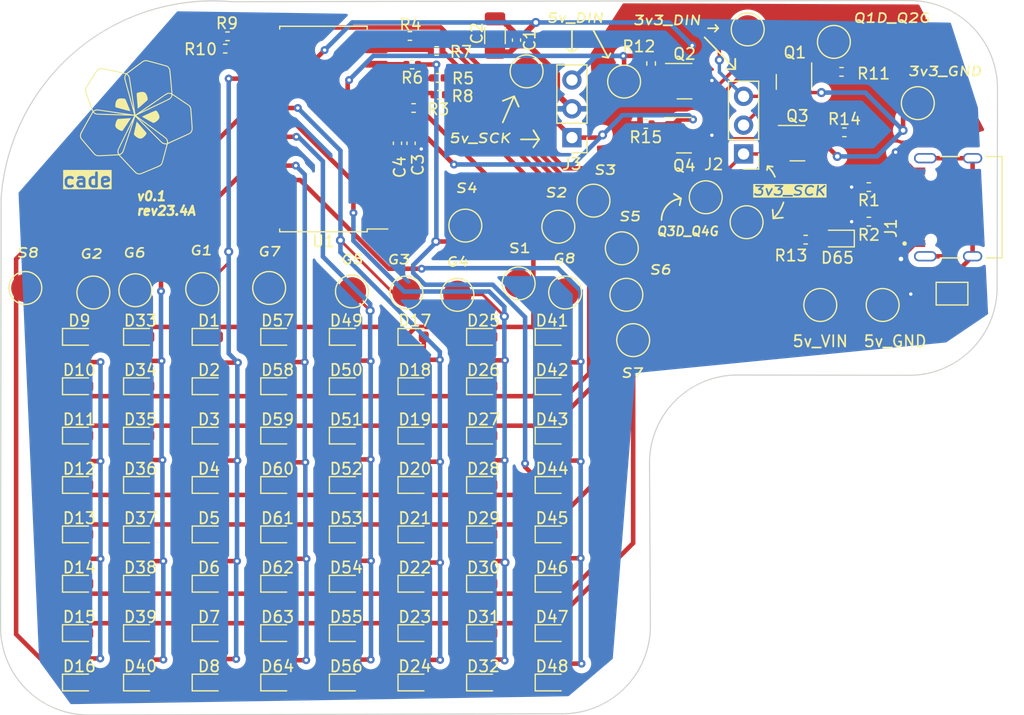
<source format=kicad_pcb>
(kicad_pcb (version 20221018) (generator pcbnew)
  (layers (0 "F.Cu" signal) (31 "B.Cu" signal) (34 "B.Paste" user) (35 "F.Paste" user) (36 "B.SilkS" user "B.Silkscreen") (37 "F.SilkS" user "F.Silkscreen") (38 "B.Mask" user) (39 "F.Mask" user) (44 "Edge.Cuts" user))
  (net 0 "")
  (net 1 "/SEG1")
  (net 2 "/GRID1")
  (net 3 "/SEG2")
  (net 4 "/SEG3")
  (net 5 "/SEG4")
  (net 6 "/SEG5")
  (net 7 "/SEG6")
  (net 8 "/SEG7")
  (net 9 "/SEG8")
  (net 10 "/GRID2")
  (net 11 "/GRID3")
  (net 12 "/GRID4")
  (net 13 "/GRID6")
  (net 14 "/GRID8")
  (net 15 "/GRID5")
  (net 16 "/GRID7")
  (net 17 "GND")
  (net 18 "VBUS")
  (net 21 "Net-(J1-CC1)")
  (net 26 "Net-(J1-CC2)")
  (net 27 "Net-(JP1-A)")
  (net 28 "/3V3_SCK")
  (net 29 "/3v3_GND")
  (net 30 "/3V3_DIN")
  (net 31 "Net-(Q1-D)")
  (net 32 "/5V_DIN")
  (net 33 "Net-(Q3-D)")
  (net 34 "/5V_SCK")
  (net 35 "Net-(U1-SEG1)")
  (net 36 "Net-(U1-SEG6)")
  (net 37 "Net-(U1-SEG3)")
  (net 38 "Net-(U1-SEG4)")
  (net 39 "Net-(U1-SEG5)")
  (net 40 "Net-(U1-SEG2)")
  (net 41 "Net-(U1-SEG7)")
  (net 42 "Net-(U1-SEG8)")
  (net 43 "/GRID12")
  (net 44 "/GRID13")
  (net 45 "/GRID14")
  (net 46 "/GRID15")
  (net 47 "/GRID16")
  (net 48 "/GRID9")
  (net 49 "/GRID10")
  (net 50 "/GRID11")
  (net 51 "Net-(D65-A)")
  (footprint "custom_footprints:HRO_TYPE-C-31-M-12" (layer "F.Cu") (at 98.916196 31.63959 90)
    (fp_text reference "J1")
    (fp_text value "TYPE-C-31-M-12")
  )
  (footprint "LED_SMD:LED_0603_1608Metric" (layer "F.Cu") (at 25.533696 51.77816)
    (fp_text reference "D35")
    (fp_text value "LED")
  )
  (footprint "TestPoint:TestPoint_Pad_D2.5mm" (layer "F.Cu") (at 54.186196 33.25959)
    (fp_text reference "TP17" hide)
    (fp_text value "S4")
  )
  (footprint "Resistor_SMD:R_0402_1005Metric" (layer "F.Cu") (at 49.498796 19.05399 180)
    (fp_text reference "R6")
    (fp_text value "150R")
  )
  (footprint "LED_SMD:LED_0603_1608Metric" (layer "F.Cu") (at 43.683696 56.132445)
    (fp_text reference "D52")
    (fp_text value "LED")
  )
  (footprint "LED_SMD:LED_0603_1608Metric" (layer "F.Cu") (at 43.683696 64.841015)
    (fp_text reference "D54")
    (fp_text value "LED")
  )
  (footprint "LED_SMD:LED_0603_1608Metric" (layer "F.Cu") (at 37.633696 73.54959)
    (fp_text reference "D64")
    (fp_text value "LED")
  )
  (footprint "TestPoint:TestPoint_Pad_D2.5mm" (layer "F.Cu") (at 44.186196 39.05959)
    (fp_text reference "TP12" hide)
    (fp_text value "G5")
  )
  (footprint "TestPoint:TestPoint_Pad_D2.5mm" (layer "F.Cu") (at 36.886196 38.75959)
    (fp_text reference "TP14" hide)
    (fp_text value "G7")
  )
  (footprint "LED_SMD:LED_0603_1608Metric" (layer "F.Cu") (at 55.783696 56.132445)
    (fp_text reference "D28")
    (fp_text value "LED")
  )
  (footprint "TestPoint:TestPoint_Pad_D2.5mm" (layer "F.Cu") (at 30.986196 38.85959)
    (fp_text reference "TP8" hide)
    (fp_text value "G1")
  )
  (footprint "TestPoint:TestPoint_Pad_D2.5mm" (layer "F.Cu") (at 68.386196 39.35959)
    (fp_text reference "TP20" hide)
    (fp_text value "S6")
  )
  (footprint "LED_SMD:LED_0603_1608Metric" (layer "F.Cu") (at 25.533696 64.841015)
    (fp_text reference "D38")
    (fp_text value "LED")
  )
  (footprint "Resistor_SMD:R_0402_1005Metric" (layer "F.Cu") (at 51.886396 21.72099 180)
    (fp_text reference "R8")
    (fp_text value "150R")
  )
  (footprint "LED_SMD:LED_0603_1608Metric" (layer "F.Cu") (at 55.783696 64.841015)
    (fp_text reference "D30")
    (fp_text value "LED")
  )
  (footprint "Connector_PinHeader_2.54mm:PinHeader_1x03_P2.54mm_Vertical" (layer "F.Cu") (at 63.586196 25.49959 180)
    (fp_text reference "J3")
    (fp_text value "5v_H")
  )
  (footprint "LED_SMD:LED_0603_1608Metric" (layer "F.Cu") (at 43.683696 73.54959)
    (fp_text reference "D56")
    (fp_text value "LED")
  )
  (footprint "LED_SMD:LED_0603_1608Metric" (layer "F.Cu") (at 49.733696 51.77816)
    (fp_text reference "D19")
    (fp_text value "LED")
  )
  (footprint "LED_SMD:LED_0603_1608Metric" (layer "F.Cu") (at 43.683696 60.48673)
    (fp_text reference "D53")
    (fp_text value "LED")
  )
  (footprint "Resistor_SMD:R_0402_1005Metric" (layer "F.Cu") (at 49.295596 16.53939 180)
    (fp_text reference "R4")
    (fp_text value "150R")
  )
  (footprint "LED_SMD:LED_0603_1608Metric" (layer "F.Cu") (at 37.633696 43.06959)
    (fp_text reference "D57")
    (fp_text value "LED")
  )
  (footprint "LED_SMD:LED_0603_1608Metric" (layer "F.Cu") (at 49.733696 56.132445)
    (fp_text reference "D20")
    (fp_text value "LED")
  )
  (footprint "LED_SMD:LED_0603_1608Metric" (layer "F.Cu") (at 43.683696 51.77816)
    (fp_text reference "D51")
    (fp_text value "LED")
  )
  (footprint "Capacitor_SMD:C_1206_3216Metric" (layer "F.Cu") (at 56.8 16.5 -90)
    (fp_text reference "C2")
    (fp_text value "100uF")
  )
  (footprint "TestPoint:TestPoint_Pad_D2.5mm" (layer "F.Cu") (at 79.086196 15.95959)
    (fp_text reference "TP1" hide)
    (fp_text value "3v3_DIN")
  )
  (footprint "LED_SMD:LED_0603_1608Metric" (layer "F.Cu") (at 43.683696 69.1953)
    (fp_text reference "D55")
    (fp_text value "LED")
  )
  (footprint "LED_SMD:LED_0603_1608Metric" (layer "F.Cu") (at 55.783696 51.77816)
    (fp_text reference "D27")
    (fp_text value "LED")
  )
  (footprint "LED_SMD:LED_0603_1608Metric" (layer "F.Cu") (at 20.148696 60.48673)
    (fp_text reference "D13")
    (fp_text value "LED")
  )
  (footprint "LED_SMD:LED_0603_1608Metric" (layer "F.Cu") (at 55.783696 60.48673)
    (fp_text reference "D29")
    (fp_text value "LED")
  )
  (footprint "LED_SMD:LED_0603_1608Metric" (layer "F.Cu") (at 31.583696 43.06959)
    (fp_text reference "D1")
    (fp_text value "LED")
  )
  (footprint "Resistor_SMD:R_0402_1005Metric" (layer "F.Cu") (at 49.625796 22.88939)
    (fp_text reference "R3")
    (fp_text value "150R")
  )
  (footprint "LED_SMD:LED_0603_1608Metric" (layer "F.Cu") (at 55.783696 47.423875)
    (fp_text reference "D26")
    (fp_text value "LED")
  )
  (footprint "LED_SMD:LED_0603_1608Metric" (layer "F.Cu") (at 37.633696 51.77816)
    (fp_text reference "D59")
    (fp_text value "LED")
  )
  (footprint "TestPoint:TestPoint_Pad_D2.5mm" (layer "F.Cu") (at 78.986196 32.95959)
    (fp_text reference "TP6" hide)
    (fp_text value "3v3_SCK")
  )
  (footprint "LED_SMD:LED_0603_1608Metric" (layer "F.Cu") (at 31.583696 60.48673)
    (fp_text reference "D5")
    (fp_text value "LED")
  )
  (footprint "Resistor_SMD:R_0402_1005Metric" (layer "F.Cu") (at 51.657796 17.86019 180)
    (fp_text reference "R7")
    (fp_text value "150R")
  )
  (footprint "TestPoint:TestPoint_Pad_D2.5mm" (layer "F.Cu") (at 59.586196 19.65959)
    (fp_text reference "TP5" hide)
    (fp_text value "5v_SCK")
  )
  (footprint "LED_SMD:LED_0603_1608Metric" (layer "F.Cu") (at 31.583696 64.841015)
    (fp_text reference "D6")
    (fp_text value "LED")
  )
  (footprint "LED_SMD:LED_0603_1608Metric" (layer "F.Cu") (at 55.783696 43.06959)
    (fp_text reference "D25")
    (fp_text value "LED")
  )
  (footprint "LED_SMD:LED_0603_1608Metric" (layer "F.Cu") (at 37.633696 69.1953)
    (fp_text reference "D63")
    (fp_text value "LED")
  )
  (footprint "TestPoint:TestPoint_Pad_D2.5mm" (layer "F.Cu") (at 75.386196 30.75959)
    (fp_text reference "TP4" hide)
    (fp_text value "Q3D_Q4G")
  )
  (footprint "TestPoint:TestPoint_Pad_D2.5mm" (layer "F.Cu") (at 94.086196 22.45959)
    (fp_text reference "TP7" hide)
    (fp_text value "3v3_GND")
  )
  (footprint "Resistor_SMD:R_0402_1005Metric" (layer "F.Cu") (at 33.217196 16.56479 180)
    (fp_text reference "R9")
    (fp_text value "150R")
  )
  (footprint "Resistor_SMD:R_0402_1005Metric" (layer "F.Cu") (at 84.2 34.5 180)
    (fp_text reference "R13")
    (fp_text value "5k1")
  )
  (footprint "LED_SMD:LED_0603_1608Metric" (layer "F.Cu") (at 55.783696 69.1953)
    (fp_text reference "D31")
    (fp_text value "LED")
  )
  (footprint "LED_SMD:LED_0603_1608Metric" (layer "F.Cu") (at 31.583696 69.1953)
    (fp_text reference "D7")
    (fp_text value "LED")
  )
  (footprint "LED_SMD:LED_0603_1608Metric" (layer "F.Cu") (at 87 34.4 180)
    (fp_text reference "D65")
    (fp_text value "PWR_LED")
  )
  (footprint "TestPoint:TestPoint_Pad_D2.5mm" (layer "F.Cu") (at 58.886196 38.35959)
    (fp_text reference "TP18" hide)
    (fp_text value "S1")
  )
  (footprint "TestPoint:TestPoint_Pad_D2.5mm" (layer "F.Cu") (at 21.386196 39.15959)
    (fp_text reference "TP9" hide)
    (fp_text value "G2")
  )
  (footprint "TestPoint:TestPoint_Pad_D2.5mm" (layer "F.Cu") (at 85.486196 40.25959)
    (fp_text reference "TP24" hide)
    (fp_text value "5v_VIN")
  )
  (footprint "Package_TO_SOT_SMD:SOT-23" (layer "F.Cu") (at 83.166196 20.59059 -90)
    (fp_text reference "Q1")
    (fp_text value "NMOS")
  )
  (footprint "LED_SMD:LED_0603_1608Metric" (layer "F.Cu") (at 25.533696 69.1953)
    (fp_text reference "D39")
    (fp_text value "LED")
  )
  (footprint "LED_SMD:LED_0603_1608Metric" (layer "F.Cu") (at 31.583696 47.423875)
    (fp_text reference "D2")
    (fp_text value "LED")
  )
  (footprint "LED_SMD:LED_0603_1608Metric" (layer "F.Cu") (at 37.633696 60.48673)
    (fp_text reference "D61")
    (fp_text value "LED")
  )
  (footprint "LED_SMD:LED_0603_1608Metric" (layer "F.Cu") (at 61.833696 51.77816)
    (fp_text reference "D43")
    (fp_text value "LED")
  )
  (footprint "LED_SMD:LED_0603_1608Metric" (layer "F.Cu") (at 49.733696 69.1953)
    (fp_text reference "D23")
    (fp_text value "LED")
  )
  (footprint "Package_TO_SOT_SMD:SOT-23" (layer "F.Cu") (at 73.465696 25.28959)
    (fp_text reference "Q4")
    (fp_text value "NMOS")
  )
  (footprint "Capacitor_SMD:C_0402_1005Metric" (layer "F.Cu") (at 49.4 26 -90)
    (fp_text reference "C3")
    (fp_text value "100pf")
  )
  (footprint "LED_SMD:LED_0603_1608Metric" (layer "F.Cu") (at 25.533696 60.48673)
    (fp_text reference "D37")
    (fp_text value "LED")
  )
  (footprint "TestPoint:TestPoint_Pad_D2.5mm" (layer "F.Cu") (at 25.086196 38.95959)
    (fp_text reference "TP13" hide)
    (fp_text value "G6")
  )
  (footprint "Capacitor_SMD:C_0402_1005Metric" (layer "F.Cu") (at 58.7 16.9 -90)
    (fp_text reference "C1")
    (fp_text value "0.1uF")
  )
  (footprint "TestPoint:TestPoint_Pad_D2.5mm" (layer "F.Cu") (at 68.186196 20.55959)
    (fp_text reference "TP3" hide)
    (fp_text value "5v_DIN")
  )
  (footprint "Resistor_SMD:R_0402_1005Metric" (layer "F.Cu") (at 89.768196 32.90959 180)
    (fp_text reference "R2")
    (fp_text value "5k1")
  )
  (footprint "TestPoint:TestPoint_Pad_D2.5mm" (layer "F.Cu") (at 90.986196 40.25959)
    (fp_text reference "TP25" hide)
    (fp_text value "5v_GND")
  )
  (footprint "LED_SMD:LED_0603_1608Metric" (layer "F.Cu") (at 20.148696 69.1953)
    (fp_text reference "D15")
    (fp_text value "LED")
  )
  (footprint "LED_SMD:LED_0603_1608Metric" (layer "F.Cu") (at 49.733696 73.54959)
    (fp_text reference "D24")
    (fp_text value "LED")
  )
  (footprint "LED_SMD:LED_0603_1608Metric" (layer "F.Cu") (at 61.833696 47.423875)
    (fp_text reference "D42")
    (fp_text value "LED")
  )
  (footprint "LED_SMD:LED_0603_1608Metric" (layer "F.Cu") (at 43.683696 47.423875)
    (fp_text reference "D50")
    (fp_text value "LED")
  )
  (footprint "Package_TO_SOT_SMD:SOT-23" (layer "F.Cu") (at 83.468696 25.99059)
    (fp_text reference "Q3")
    (fp_text value "NMOS")
  )
  (footprint "LED_SMD:LED_0603_1608Metric" (layer "F.Cu") (at 20.148696 43.06959)
    (fp_text reference "D9")
    (fp_text value "LED")
  )
  (footprint "Capacitor_SMD:C_0402_1005Metric" (layer "F.Cu") (at 48.2 26 -90)
    (fp_text reference "C4")
    (fp_text value "100pf")
  )
  (footprint "LED_SMD:LED_0603_1608Metric" (layer "F.Cu") (at 25.533696 43.06959)
    (fp_text reference "D33")
    (fp_text value "LED")
  )
  (footprint "Resistor_SMD:R_0402_1005Metric" (layer "F.Cu") (at 87.357196 19.70159)
    (fp_text reference "R11")
    (fp_text value "5k1")
  )
  (footprint "LED_SMD:LED_0603_1608Metric" (layer "F.Cu") (at 49.733696 64.841015)
    (fp_text reference "D22")
    (fp_text value "LED")
  )
  (footprint "TestPoint:TestPoint_Pad_D2.5mm" (layer "F.Cu") (at 65.486196 31.05959)
    (fp_text reference "TP16" hide)
    (fp_text value "S3")
  )
  (footprint "TestPoint:TestPoint_Pad_D2.5mm" (layer "F.Cu") (at 67.986196 35.25959)
    (fp_text reference "TP21" hide)
    (fp_text value "S5")
  )
  (footprint "LED_SMD:LED_0603_1608Metric" (layer "F.Cu") (at 20.148696 73.54959)
    (fp_text reference "D16")
    (fp_text value "LED")
  )
  (footprint "Resistor_SMD:R_0402_1005Metric" (layer "F.Cu") (at 70.567796 18.96299 -90)
    (fp_text reference "R12")
    (fp_text value "5k1")
  )
  (footprint "Resistor_SMD:R_0402_1005Metric" (layer "F.Cu") (at 87.611196 25.03559)
    (fp_text reference "R14")
    (fp_text value "5k1")
  )
  (footprint "LED_SMD:LED_0603_1608Metric" (layer "F.Cu") (at 25.533696 56.132445)
    (fp_text reference "D36")
    (fp_text value "LED")
  )
  (footprint "LED_SMD:LED_0603_1608Metric" (layer "F.Cu") (at 31.583696 56.132445)
    (fp_text reference "D4")
    (fp_text value "LED")
  )
  (footprint "TestPoint:TestPoint_Pad_D2.5mm" (layer "F.Cu") (at 62.986196 39.15959)
    (fp_text reference "TP15" hide)
    (fp_text value "G8")
  )
  (footprint "Jumper:SolderJumper-2_P1.3mm_Open_TrianglePad1.0x1.5mm" (layer "F.Cu") (at 97.101196 39.25959 180)
    (fp_text reference "JP1" hide)
    (fp_text value "SHEILD_GND")
  )
  (footprint "TestPoint:TestPoint_Pad_D2.5mm" (layer "F.Cu") (at 15.386196 38.75959)
    (fp_text reference "TP22" hide)
    (fp_text value "S8")
  )
  (footprint "LED_SMD:LED_0603_1608Metric" (layer "F.Cu") (at 20.148696 47.423875)
    (fp_text reference "D10")
    (fp_text value "LED")
  )
  (footprint "LED_SMD:LED_0603_1608Metric" (layer "F.Cu") (at 49.733696 43.06959)
    (fp_text reference "D17")
    (fp_text value "LED")
  )
  (footprint "Resistor_SMD:R_0402_1005Metric" (layer "F.Cu") (at 70.1 24.3 180)
    (fp_text reference "R15")
    (fp_text value "5k1")
  )
  (footprint "Connector_PinHeader_2.54mm:PinHeader_1x03_P2.54mm_Vertical" (layer "F.Cu") (at 78.721196 26.94059 180)
    (fp_text reference "J2")
    (fp_text value "3v3_H")
  )
  (footprint "LED_SMD:LED_0603_1608Metric" (layer "F.Cu") (at 61.833696 43.06959)
    (fp_text reference "D41")
    (fp_text value "LED")
  )
  (footprint "Package_SO:SOIC-28W_7.5x17.9mm_P1.27mm" (layer "F.Cu") (at 41.673596 24.74359 180)
    (fp_text reference "U1")
    (fp_text value "~")
  )
  (footprint "LED_SMD:LED_0603_1608Metric" (layer "F.Cu") (at 20.148696 64.841015)
    (fp_text reference "D14")
    (fp_text value "LED")
  )
  (footprint "Package_TO_SOT_SMD:SOT-23" (layer "F.Cu") (at 73.514196 20.52459)
    (fp_text reference "Q2")
    (fp_text value "NMOS")
  )
  (footprint "TestPoint:TestPoint_Pad_D2.5mm" (layer "F.Cu") (at 86.686196 17.05959)
    (fp_text reference "TP2" hide)
    (fp_text value "Q1D_Q2G")
  )
  (footprint "LED_SMD:LED_0603_1608Metric" (layer "F.Cu") (at 49.733696 60.48673)
    (fp_text reference "D21")
    (fp_text value "LED")
  )
  (footprint "LED_SMD:LED_0603_1608Metric" (layer "F.Cu") (at 61.833696 64.841015)
    (fp_text reference "D46")
    (fp_text value "LED")
  )
  (footprint "LED_SMD:LED_0603_1608Metric" (layer "F.Cu") (at 25.533696 73.54959)
    (fp_text reference "D40")
    (fp_text value "LED")
  )
  (footprint "LED_SMD:LED_0603_1608Metric" (layer "F.Cu") (at 37.633696 64.841015)
    (fp_text reference "D62")
    (fp_text value "LED")
  )
  (footprint "Resistor_SMD:R_0402_1005Metric" (layer "F.Cu") (at 89.768196 29.86159 180)
    (fp_text reference "R1")
    (fp_text value "5k1")
  )
  (footprint "LED_SMD:LED_0603_1608Metric" (layer "F.Cu") (at 31.583696 51.77816)
    (fp_text reference "D3")
    (fp_text value "LED")
  )
  (footprint "TestPoint:TestPoint_Pad_D2.5mm" (layer "F.Cu") (at 53.486196 39.35959)
    (fp_text reference "TP11" hide)
    (fp_text value "G4")
  )
  (footprint "LED_SMD:LED_0603_1608Metric" (layer "F.Cu") (at 43.683696 43.06959)
    (fp_text reference "D49")
    (fp_text value "LED")
  )
  (footprint "Resistor_SMD:R_0402_1005Metric" (layer "F.Cu") (at 51.772196 20.23519)
    (fp_text reference "R5")
    (fp_text value "150R")
  )
  (footprint "Resistor_SMD:R_0402_1005Metric" (layer "F.Cu") (at 33.013996 17.65699)
    (fp_text reference "R10")
    (fp_text value "150R")
  )
  (footprint "LED_SMD:LED_0603_1608Metric" (layer "F.Cu") (at 61.833696 60.48673)
    (fp_text reference "D45")
    (fp_text value "LED")
  )
  (footprint "LED_SMD:LED_0603_1608Metric" (layer "F.Cu") (at 37.633696 47.423875)
    (fp_text reference "D58")
    (fp_text value "LED")
  )
  (footprint "LED_SMD:LED_0603_1608Metric" (layer "F.Cu") (at 25.533696 47.423875)
    (fp_text reference "D34")
    (fp_text value "LED")
  )
  (footprint "LOGO" (layer "F.Cu") (at 25.286196 23.65959 -10)
    (fp_text reference "" hide)
    (fp_text value "LOGO" hide)
  )
  (footprint "LED_SMD:LED_0603_1608Metric" (layer "F.Cu") (at 61.833696 56.132445)
    (fp_text reference "D44")
    (fp_text value "LED")
  )
  (footprint "TestPoint:TestPoint_Pad_D2.5mm" (layer "F.Cu") (at 62.386196 33.35959)
    (fp_text reference "TP19" hide)
    (fp_text value "S2")
  )
  (footprint "LED_SMD:LED_0603_1608Metric" (layer "F.Cu") (at 61.833696 69.1953)
    (fp_text reference "D47")
    (fp_text value "LED")
  )
  (footprint "TestPoint:TestPoint_Pad_D2.5mm" (layer "F.Cu") (at 48.986196 39.15959)
    (fp_text reference "TP10" hide)
    (fp_text value "G3")
  )
  (footprint "LED_SMD:LED_0603_1608Metric" (layer "F.Cu") (at 20.148696 51.77816)
    (fp_text reference "D11")
    (fp_text value "LED")
  )
  (footprint "TestPoint:TestPoint_Pad_D2.5mm" (layer "F.Cu") (at 68.986196 43.35959)
    (fp_text reference "TP23" hide)
    (fp_text value "S7")
  )
  (footprint "LED_SMD:LED_0603_1608Metric" (layer "F.Cu") (at 31.583696 73.54959)
    (fp_text reference "D8")
    (fp_text value "LED")
  )
  (footprint "LED_SMD:LED_0603_1608Metric" (layer "F.Cu") (at 61.833696 73.54959)
    (fp_text reference "D48")
    (fp_text value "LED")
  )
  (footprint "LED_SMD:LED_0603_1608Metric" (layer "F.Cu") (at 55.783696 73.54959)
    (fp_text reference "D32")
    (fp_text value "LED")
  )
  (footprint "LED_SMD:LED_0603_1608Metric" (layer "F.Cu") (at 49.733696 47.423875)
    (fp_text reference "D18")
    (fp_text value "LED")
  )
  (footprint "LED_SMD:LED_0603_1608Metric" (layer "F.Cu") (at 20.148696 56.132445)
    (fp_text reference "D12")
    (fp_text value "LED")
  )
  (footprint "LED_SMD:LED_0603_1608Metric" (layer "F.Cu") (at 37.633696 56.132445)
    (fp_text reference "D60")
    (fp_text value "LED")
  )
  (gr_line (start 76.486196 15.85959) (end 76.236196 15.55959) (stroke (width 0.15)) (layer "F.SilkS"))
  (gr_line (start 58.486196 21.85959) (end 58.886196 22.75959) (stroke (width 0.15)) (layer "F.SilkS"))
  (gr_line (start 77.986196 19.45959) (end 77.186196 19.45959) (stroke (width 0.15)) (layer "F.SilkS"))
  (gr_line (start 81.343858 32.622744) (end 81.286196 31.85959) (stroke (width 0.15)) (layer "F.SilkS"))
  (gr_arc (start 80.843781 28.052953) (mid 81.213599 28.471679) (end 81.4857 28.95959) (stroke (width 0.15)) (layer "F.SilkS"))
  (gr_line (start 75.586196 15.85959) (end 76.486196 15.85959) (stroke (width 0.15)) (layer "F.SilkS"))
  (gr_line (start 63.586196 16.05959) (end 63.586196 17.95959) (stroke (width 0.15)) (layer "F.SilkS"))
  (gr_line (start 66.786196 18.45959) (end 66.286196 18.35959) (stroke (width 0.15)) (layer "F.SilkS"))
  (gr_line (start 77.986196 18.55959) (end 77.986196 19.45959) (stroke (width 0.15)) (layer "F.SilkS"))
  (gr_line (start 59.086196 25.65959) (end 60.686196 25.65959) (stroke (width 0.15)) (layer "F.SilkS"))
  (gr_line (start 58.486196 21.85959) (end 57.486196 22.25959) (stroke (width 0.15)) (layer "F.SilkS"))
  (gr_line (start 80.843858 28.014772) (end 81.2857 28.05959) (stroke (width 0.15)) (layer "F.SilkS"))
  (gr_line (start 73.086196 31.45959) (end 73.197139 30.869019) (stroke (width 0.15)) (layer "F.SilkS"))
  (gr_line (start 73.197139 30.869019) (end 72.586196 30.45959) (stroke (width 0.15)) (layer "F.SilkS"))
  (gr_line (start 64.086196 17.65959) (end 63.586196 17.95959) (stroke (width 0.15)) (layer "F.SilkS"))
  (gr_line (start 66.786196 18.45959) (end 66.986196 18.05959) (stroke (width 0.15)) (layer "F.SilkS"))
  (gr_line (start 65.486196 16.05959) (end 66.786196 18.45959) (stroke (width 0.15)) (layer "F.SilkS"))
  (gr_arc (start 82.240532 31.21407) (mid 81.8857 31.977926) (end 81.343858 32.622744) (stroke (width 0.15)) (layer "F.SilkS"))
  (gr_line (start 60.686196 25.65959) (end 60.186196 24.85959) (stroke (width 0.15)) (layer "F.SilkS"))
  (gr_line (start 72.586196 30.45959) (end 73.197139 30.869019) (stroke (width 0.15)) (layer "F.SilkS"))
  (gr_line (start 57.486196 24.15959) (end 58.486196 21.85959) (stroke (width 0.15)) (layer "F.SilkS"))
  (gr_line (start 60.686196 25.65959) (end 60.186196 26.35959) (stroke (width 0.15)) (layer "F.SilkS"))
  (gr_arc (start 71.486196 32.75959) (mid 71.977436 31.48468) (end 73.197139 30.869019) (stroke (width 0.15)) (layer "F.SilkS"))
  (gr_line (start 80.843858 28.014772) (end 80.786196 28.35959) (stroke (width 0.15)) (layer "F.SilkS"))
  (gr_line (start 77.986196 19.45959) (end 77.986196 18.55959) (stroke (width 0.15)) (layer "F.SilkS"))
  (gr_line (start 63.586196 17.95959) (end 63.086196 17.65959) (stroke (width 0.15)) (layer "F.SilkS"))
  (gr_line (start 60.186196 24.85959) (end 60.686196 25.65959) (stroke (width 0.15)) (layer "F.SilkS"))
  (gr_line (start 81.343858 32.622744) (end 82.186196 32.55959) (stroke (width 0.15)) (layer "F.SilkS"))
  (gr_line (start 58.886196 22.75959) (end 58.486196 21.85959) (stroke (width 0.15)) (layer "F.SilkS"))
  (gr_line (start 76.486196 15.85959) (end 76.186196 16.15959) (stroke (width 0.15)) (layer "F.SilkS"))
  (gr_line (start 75.286196 16.65959) (end 77.986196 19.45959) (stroke (width 0.15)) (layer "F.SilkS"))
  (gr_arc (start 101.078208 38.71288) (mid 98.8 44.2) (end 93.305298 46.459837) (stroke (width 0.1)) (layer "Edge.Cuts"))
  (gr_line (start 33.561633 13.516705) (end 89.097196 13.41519) (stroke (width 0.1)) (layer "Edge.Cuts"))
  (gr_arc (start 93.364396 13.41519) (mid 98.851505 15.693402) (end 101.111353 21.1881) (stroke (width 0.1)) (layer "Edge.Cuts"))
  (gr_arc (start 70.427686 54.182147) (mid 72.705899 48.69504) (end 78.200596 46.43519) (stroke (width 0.1)) (layer "Edge.Cuts"))
  (gr_line (start 13.201996 68.63479) (end 13.252797 30.83959) (stroke (width 0.1)) (layer "Edge.Cuts"))
  (gr_arc (start 70.504396 68.55859) (mid 68.226184 74.045699) (end 62.731486 76.305547) (stroke (width 0.1)) (layer "Edge.Cuts"))
  (gr_arc (start 13.252797 30.83959) (mid 19.77607 17.921101) (end 33.561633 13.516705) (stroke (width 0.1)) (layer "Edge.Cuts"))
  (gr_arc (start 20.948953 76.4077) (mid 15.461846 74.129487) (end 13.201996 68.63479) (stroke (width 0.1)) (layer "Edge.Cuts"))
  (gr_line (start 89.097196 13.41519) (end 93.364396 13.41519) (stroke (width 0.1)) (layer "Edge.Cuts"))
  (gr_line (start 70.504396 68.55859) (end 70.427686 54.182147) (stroke (width 0.1)) (layer "Edge.Cuts"))
  (gr_line (start 93.305298 46.459837) (end 78.200596 46.43519) (stroke (width 0.1)) (layer "Edge.Cuts"))
  (gr_line (start 101.078208 38.71288) (end 101.111353 21.1881) (stroke (width 0.1)) (layer "Edge.Cuts"))
  (gr_line (start 20.948953 76.4077) (end 62.731486 76.305547) (stroke (width 0.1)) (layer "Edge.Cuts"))
  (gr_text "3v3_SCK\n" (at 79.486196 30.65959) (layer "F.SilkS" knockout) (effects (font (size 0.8 1) (thickness 0.15) italic) (justify left bottom)))
  (gr_text "cade\n" (at 18.586196 29.95959) (layer "F.SilkS" knockout) (effects (font (size 1.2 1.2) (thickness 0.24) bold) (justify left bottom)))
  (gr_text "v0.1\nrev23.4A" (at 25.1 30.2) (layer "F.SilkS") (effects (font (size 0.8 0.8) (thickness 0.2) bold italic) (justify left top)))
  (segment (start 55.871196 42.19459) (end 60.171196 42.19459) (width 0.4) (layer "F.Cu") (net 1))
  (segment (start 31.671196 42.19459) (end 35.971196 42.19459) (width 0.4) (layer "F.Cu") (net 1))
  (segment (start 60.136196 32.88979) (end 60.186196 32.88979) (width 0.4) (layer "F.Cu") (net 1))
  (segment (start 49.821196 42.19459) (end 54.121196 42.19459) (width 0.4) (layer "F.Cu") (net 1))
  (segment (start 42.896196 43.06959) (end 43.771196 42.19459) (width 0.4) (layer "F.Cu") (net 1))
  (segment (start 29.921196 42.19459) (end 30.796196 43.06959) (width 0.4) (layer "F.Cu") (net 1))
  (segment (start 50.135796 22.88939) (end 60.136196 32.88979) (width 0.4) (layer "F.Cu") (net 1))
  (segment (start 43.771196 42.19459) (end 48.071196 42.19459) (width 0.4) (layer "F.Cu") (net 1))
  (segment (start 54.996196 43.06959) (end 55.871196 42.19459) (width 0.4) (layer "F.Cu") (net 1))
  (segment (start 35.971196 42.19459) (end 36.846196 43.06959) (width 0.4) (layer "F.Cu") (net 1))
  (segment (start 25.621196 42.19459) (end 29.921196 42.19459) (width 0.4) (layer "F.Cu") (net 1))
  (segment (start 30.796196 43.06959) (end 31.671196 42.19459) (width 0.4) (layer "F.Cu") (net 1))
  (segment (start 23.871196 42.19459) (end 24.746196 43.06959) (width 0.4) (layer "F.Cu") (net 1))
  (segment (start 36.846196 43.06959) (end 37.721196 42.19459) (width 0.4) (layer "F.Cu") (net 1))
  (segment (start 19.361196 43.06959) (end 20.236196 42.19459) (width 0.4) (layer "F.Cu") (net 1))
  (segment (start 37.721196 42.19459) (end 42.021196 42.19459) (width 0.4) (layer "F.Cu") (net 1))
  (segment (start 42.021196 42.19459) (end 42.896196 43.06959) (width 0.4) (layer "F.Cu") (net 1))
  (segment (start 54.121196 42.19459) (end 54.996196 43.06959) (width 0.4) (layer "F.Cu") (net 1))
  (segment (start 48.946196 43.06959) (end 49.821196 42.19459) (width 0.4) (layer "F.Cu") (net 1))
  (segment (start 48.071196 42.19459) (end 48.946196 43.06959) (width 0.4) (layer "F.Cu") (net 1))
  (segment (start 60.171196 42.19459) (end 61.046196 43.06959) (width 0.4) (layer "F.Cu") (net 1))
  (segment (start 24.746196 43.06959) (end 25.621196 42.19459) (width 0.4) (layer "F.Cu") (net 1))
  (segment (start 20.236196 42.19459) (end 23.871196 42.19459) (width 0.4) (layer "F.Cu") (net 1))
  (segment (start 60.186196 32.88979) (end 60.186196 42.15959) (width 0.4) (layer "F.Cu") (net 1))
  (segment (start 33.318796 36.52699) (end 33.318796 35.55959) (width 0.25) (layer "F.Cu") (net 2))
  (segment (start 32.371196 71.47959) (end 33.979196 71.47959) (width 0.4) (layer "F.Cu") (net 2))
  (segment (start 32.371196 51.77816) (end 32.371196 53.97899) (width 0.4) (layer "F.Cu") (net 2))
  (segment (start 32.371196 62.81819) (end 32.371196 60.48673) (width 0.4) (layer "F.Cu") (net 2))
  (segment (start 32.371196 47.423875) (end 32.371196 45.31759) (width 0.4) (layer "F.Cu") (net 2))
  (segment (start 34.080796 53.97899) (end 32.371196 53.97899) (width 0.4) (layer "F.Cu") (net 2))
  (segment (start 32.371196 45.31759) (end 32.371196 43.06959) (width 0.4) (layer "F.Cu") (net 2))
  (segment (start 32.371196 64.841015) (end 32.371196 62.81819) (width 0.4) (layer "F.Cu") (net 2))
  (segment (start 32.396596 45.34299) (end 32.371196 45.31759) (width 0.4) (layer "F.Cu") (net 2))
  (segment (start 32.371196 71.47959) (end 32.371196 69.1953) (width 0.4) (layer "F.Cu") (net 2))
  (segment (start 34.131596 45.34299) (end 32.396596 45.34299) (width 0.4) (layer "F.Cu") (net 2))
  (segment (start 32.371196 53.97899) (end 32.371196 56.132445) (width 0.4) (layer "F.Cu") (net 2))
  (segment (start 34.055396 62.84359) (end 32.396596 62.84359) (width 0.4) (layer "F.Cu") (net 2))
  (segment (start 32.396596 62.84359) (end 32.371196 62.81819) (width 0.4) (layer "F.Cu") (net 2))
  (segment (start 30.986196 38.85959) (end 33.318796 36.52699) (width 0.25) (layer "F.Cu") (net 2))
  (segment (start 37.023596 20.29859) (end 33.318796 20.29859) (width 0.4) (layer "F.Cu") (net 2))
  (segment (start 32.371196 73.54959) (end 32.371196 71.47959) (width 0.4) (layer "F.Cu") (net 2))
  (via (at 34.080796 53.97899) (size 0.7) (drill 0.3) (layers "F.Cu" "B.Cu") (net 2))
  (via (at 33.979196 71.47959) (size 0.7) (drill 0.3) (layers "F.Cu" "B.Cu") (net 2))
  (via (at 33.318796 35.55959) (size 0.8) (drill 0.4) (layers "F.Cu" "B.Cu") (net 2))
  (via (at 33.318796 20.29859) (size 0.7) (drill 0.3) (layers "F.Cu" "B.Cu") (net 2))
  (via (at 34.055396 62.84359) (size 0.7) (drill 0.3) (layers "F.Cu" "B.Cu") (net 2))
  (via (at 34.131596 45.34299) (size 0.7) (drill 0.3) (layers "F.Cu" "B.Cu") (net 2))
  (segment (start 33.979196 71.47959) (end 33.979196 62.91979) (width 0.4) (layer "B.Cu") (net 2))
  (segment (start 33.979196 62.91979) (end 34.055396 62.84359) (width 0.4) (layer "B.Cu") (net 2))
  (segment (start 33.318796 35.55959) (end 33.318796 44.53019) (width 0.4) (layer "B.Cu") (net 2))
  (segment (start 34.080796 45.39379) (end 34.131596 45.34299) (width 0.4) (layer "B.Cu") (net 2))
  (segment (start 34.080796 53.97899) (end 34.080796 45.39379) (width 0.4) (layer "B.Cu") (net 2))
  (segment (start 33.318796 20.29859) (end 33.318796 35.55959) (width 0.4) (layer "B.Cu") (net 2))
  (segment (start 34.055396 62.84359) (end 34.055396 54.00439) (width 0.4) (layer "B.Cu") (net 2))
  (segment (start 34.055396 54.00439) (end 34.080796 53.97899) (width 0.4) (layer "B.Cu") (net 2))
  (segment (start 33.318796 44.53019) (end 34.131596 45.34299) (width 0.4) (layer "B.Cu") (net 2))
  (segment (start 54.996196 47.423875) (end 55.871196 48.298875) (width 0.4) (layer "F.Cu") (net 3))
  (segment (start 24.746196 47.423875) (end 25.621196 48.298875) (width 0.4) (layer "F.Cu") (net 3))
  (segment (start 19.361196 47.423875) (end 20.236196 48.298875) (width 0.4) (layer "F.Cu") (net 3))
  (segment (start 37.071151 47.423875) (end 37.946151 48.298875) (width 0.4) (layer "F.Cu") (net 3))
  (segment (start 35.971196 48.298875) (end 36.846196 47.423875) (width 0.4) (layer "F.Cu") (net 3))
  (segment (start 36.846196 47.423875) (end 37.071151 47.423875) (width 0.4) (layer "F.Cu") (net 3))
  (segment (start 23.871196 48.298875) (end 24.746196 47.423875) (width 0.4) (layer "F.Cu") (net 3))
  (segment (start 54.121196 48.298875) (end 54.996196 47.423875) (width 0.4) (layer "F.Cu") (net 3))
  (segment (start 29.921196 48.298875) (end 30.796196 47.423875) (width 0.4) (layer "F.Cu") (net 3))
  (segment (start 42.896196 47.423875) (end 43.121151 47.423875) (width 0.4) (layer "F.Cu") (net 3))
  (segment (start 43.121151 47.423875) (end 43.996151 48.298875) (width 0.4) (layer "F.Cu") (net 3))
  (segment (start 25.621196 48.298875) (end 29.921196 48.298875) (width 0.4) (layer "F.Cu") (net 3))
  (segment (start 63.004126 48.39099) (end 62.013311 48.39099) (width 0.4) (layer "F.Cu") (net 3))
  (segment (start 60.171196 48.298875) (end 61.046196 47.423875) (width 0.4) (layer "F.Cu") (net 3))
  (segment (start 55.871196 48.298875) (end 60.171196 48.298875) (width 0.4) (layer "F.Cu") (net 3))
  (segment (start 49.821196 48.298875) (end 54.121196 48.298875) (width 0.4) (layer "F.Cu") (net 3))
  (segment (start 31.671196 48.298875) (end 35.971196 48.298875) (width 0.4) (layer "F.Cu") (net 3))
  (segment (start 48.946196 47.423875) (end 49.821196 48.298875) (width 0.4) (layer "F.Cu") (net 3))
  (segment (start 20.236196 48.298875) (end 23.871196 48.298875) (width 0.4) (layer "F.Cu") (net 3))
  (segment (start 52.396396 21.72099) (end 65.107596 34.43219) (width 0.4) (layer "F.Cu") (net 3))
  (segment (start 43.996151 48.298875) (end 48.071196 48.298875) (width 0.4) (layer "F.Cu") (net 3))
  (segment (start 65.107596 34.43219) (end 65.107596 46.28752) (width 0.4) (layer "F.Cu") (net 3))
  (segment (start 65.107596 46.28752) (end 63.004126 48.39099) (width 0.4) (layer "F.Cu") (net 3))
  (segment (start 37.946151 48.298875) (end 42.021196 48.298875) (width 0.4) (layer "F.Cu") (net 3))
  (segment (start 62.013311 48.39099) (end 61.046196 47.423875) (width 0.4) (layer "F.Cu") (net 3))
  (segment (start 30.796196 47.423875) (end 31.671196 48.298875) (width 0.4) (layer "F.Cu") (net 3))
  (segment (start 48.071196 48.298875) (end 48.946196 47.423875) (width 0.4) (layer "F.Cu") (net 3))
  (segment (start 42.021196 48.298875) (end 42.896196 47.423875) (width 0.4) (layer "F.Cu") (net 3))
  (segment (start 48.071196 50.90316) (end 48.946196 51.77816) (width 0.4) (layer "F.Cu") (net 4))
  (segment (start 60.171196 50.90316) (end 61.046196 51.77816) (width 0.4) (layer "F.Cu") (net 4))
  (segment (start 20.236196 50.90316) (end 23.871196 50.90316) (width 0.4) (layer "F.Cu") (net 4))
  (segment (start 25.621196 50.90316) (end 29.921196 50.90316) (width 0.4) (layer "F.Cu") (net 4))
  (segment (start 31.671196 50.90316) (end 35.971196 50.90316) (width 0.4) (layer "F.Cu") (net 4))
  (segment (start 65.486196 31.05959) (end 65.486196 33.43919) (width 0.25) (layer "F.Cu") (net 4))
  (segment (start 55.871196 50.90316) (end 60.171196 50.90316) (width 0.4) (layer "F.Cu") (net 4))
  (segment (start 54.121196 50.90316) (end 54.996196 51.77816) (width 0.4) (layer "F.Cu") (net 4))
  (segment (start 23.871196 50.90316) (end 24.746196 51.77816) (width 0.4) (layer "F.Cu") (net 4))
  (segment (start 35.971196 50.90316) (end 36.846196 51.77816) (width 0.4) (layer "F.Cu") (net 4))
  (segment (start 29.921196 50.90316) (end 30.796196 51.77816) (width 0.4) (layer "F.Cu") (net 4))
  (segment (start 42.021196 50.90316) (end 42.896196 51.77816) (width 0.4) (layer "F.Cu") (net 4))
  (segment (start 65.707596 47.11676) (end 61.046196 51.77816) (width 0.4) (layer "F.Cu") (net 4))
  (segment (start 37.721196 50.90316) (end 42.021196 50.90316) (width 0.4) (layer "F.Cu") (net 4))
  (segment (start 52.282196 20.23519) (end 65.546396 33.49939) (width 0.4) (layer "F.Cu") (net 4))
  (segment (start 24.746196 51.77816) (end 25.621196 50.90316) (width 0.4) (layer "F.Cu") (net 4))
  (segment (start 43.771196 50.90316) (end 48.071196 50.90316) (width 0.4) (layer "F.Cu") (net 4))
  (segment (start 65.546396 33.49939) (end 65.707596 33.66059) (width 0.4) (layer "F.Cu") (net 4))
  (segment (start 49.821196 50.90316) (end 54.121196 50.90316) (width 0.4) (layer "F.Cu") (net 4))
  (segment (start 48.946196 51.77816) (end 49.821196 50.90316) (width 0.4) (layer "F.Cu") (net 4))
  (segment (start 54.996196 51.77816) (end 55.871196 50.90316) (width 0.4) (layer "F.Cu") (net 4))
  (segment (start 36.846196 51.77816) (end 37.721196 50.90316) (width 0.4) (layer "F.Cu") (net 4))
  (segment (start 65.486196 33.43919) (end 65.546396 33.49939) (width 0.25) (layer "F.Cu") (net 4))
  (segment (start 42.896196 51.77816) (end 43.771196 50.90316) (width 0.4) (layer "F.Cu") (net 4))
  (segment (start 65.707596 33.66059) (end 65.707596 47.11676) (width 0.4) (layer "F.Cu") (net 4))
  (segment (start 19.361196 51.77816) (end 20.236196 50.90316) (width 0.4) (layer "F.Cu") (net 4))
  (segment (start 30.796196 51.77816) (end 31.671196 50.90316) (width 0.4) (layer "F.Cu") (net 4))
  (segment (start 36.846196 56.132445) (end 37.721196 57.007445) (width 0.4) (layer "F.Cu") (net 5))
  (segment (start 49.821196 57.007445) (end 54.121196 57.007445) (width 0.4) (layer "F.Cu") (net 5))
  (segment (start 23.871196 57.007445) (end 24.746196 56.132445) (width 0.4) (layer "F.Cu") (net 5))
  (segment (start 59.455396 54.541645) (end 61.046196 56.132445) (width 0.4) (layer "F.Cu") (net 5))
  (segment (start 20.236196 57.007445) (end 23.871196 57.007445) (width 0.4) (layer "F.Cu") (net 5))
  (segment (start 19.361196 56.132445) (end 20.236196 57.007445) (width 0.4) (layer "F.Cu") (net 5))
  (segment (start 25.846151 57.007445) (end 29.921196 57.007445) (width 0.4) (layer "F.Cu") (net 5))
  (segment (start 35.971196 57.007445) (end 36.846196 56.132445) (width 0.4) (layer "F.Cu") (net 5))
  (segment (start 50.008796 19.05399) (end 51.632196 19.05399) (width 0.4) (layer "F.Cu") (net 5))
  (segment (start 42.021196 57.007445) (end 42.896196 56.132445) (width 0.4) (layer "F.Cu") (net 5))
  (segment (start 60.171196 57.007445) (end 61.046196 56.132445) (width 0.4) (layer "F.Cu") (net 5))
  (segment (start 24.971151 56.132445) (end 25.846151 57.007445) (width 0.4) (layer "F.Cu") (net 5))
  (segment (start 54.996196 56.132445) (end 55.871196 57.007445) (width 0.4) (layer "F.Cu") (net 5))
  (segment (start 54.121196 57.007445) (end 54.996196 56.132445) (width 0.4) (layer "F.Cu") (net 5))
  (segment (start 31.671196 57.007445) (end 35.971196 57.007445) (width 0.4) (layer "F.Cu") (net 5))
  (segment (start 52.786196 34.65959) (end 54.186196 33.25959) (width 0.4) (layer "F.Cu") (net 5))
  (segment (start 42.896196 56.132445) (end 43.771196 57.007445) (width 0.4) (layer "F.Cu") (net 5))
  (segment (start 29.921196 57.007445) (end 30.796196 56.132445) (width 0.4) (layer "F.Cu") (net 5))
  (segment (start 51.586196 34.65959) (end 52.786196 34.65959) (width 0.4) (layer "F.Cu") (net 5))
  (segment (start 48.946196 56.132445) (end 49.821196 57.007445) (width 0.4) (layer "F.Cu") (net 5))
  (segment (start 24.746196 56.132445) (end 24.971151 56.132445) (width 0.4) (layer "F.Cu") (net 5))
  (segment (start 59.455396 54.23299) (end 59.455396 54.541645) (width 0.4) (layer "F.Cu") (net 5))
  (segment (start 30.796196 56.132445) (end 31.671196 57.007445) (width 0.4) (layer "F.Cu") (net 5))
  (segment (start 43.771196 57.007445) (end 48.071196 57.007445) (width 0.4) (layer "F.Cu") (net 5))
  (segment (start 37.721196 57.007445) (end 42.021196 57.007445) (width 0.4) (layer "F.Cu") (net 5))
  (segment (start 48.071196 57.007445) (end 48.946196 56.132445) (width 0.4) (layer "F.Cu") (net 5))
  (segment (start 55.871196 57.007445) (end 60.171196 57.007445) (width 0.4) (layer "F.Cu") (net 5))
  (via (at 51.586196 34.65959) (size 0.8) (drill 0.4) (layers "F.Cu" "B.Cu") (net 5))
  (via (at 51.632196 19.05399) (size 0.7) (drill 0.3) (layers "F.Cu" "B.Cu") (net 5))
  (via (at 59.455396 54.23299) (size 0.7) (drill 0.3) (layers "F.Cu" "B.Cu") (net 5))
  (segment (start 49.586796 37.43019) (end 50.625796 38.46919) (width 0.4) (layer "B.Cu") (net 5))
  (segment (start 49.586796 36.751929) (end 49.586796 37.43019) (width 0.4) (layer "B.Cu") (net 5))
  (segment (start 56.594796 38.46919) (end 59.455396 41.32979) (width 0.4) (layer "B.Cu") (net 5))
  (segment (start 51.632196 34.70559) (end 51.632196 34.706529) (width 0.4) (layer "B.Cu") (net 5))
  (segment (start 50.625796 38.46919) (end 56.594796 38.46919) (width 0.4) (layer "B.Cu") (net 5))
  (segment (start 51.632196 34.706529) (end 49.586796 36.751929) (width 0.4) (layer "B.Cu") (net 5))
  (segment (start 51.632196 19.05399) (end 51.632196 34.61359) (width 0.4) (layer "B.Cu") (net 5))
  (segment (start 59.455396 41.32979) (end 59.455396 54.23299) (width 0.4) (layer "B.Cu") (net 5))
  (segment (start 51.586196 34.65959) (end 51.632196 34.70559) (width 0.4) (layer "B.Cu") (net 5))
  (segment (start 51.632196 34.61359) (end 51.586196 34.65959) (width 0.4) (layer "B.Cu") (net 5))
  (segment (start 67.986196 31.226137) (end 67.986196 35.25959) (width 0.4) (layer "F.Cu") (net 6))
  (segment (start 49.821196 59.61173) (end 54.121196 59.61173) (width 0.4) (layer "F.Cu") (net 6))
  (segment (start 43.771196 59.61173) (end 48.071196 59.61173) (width 0.4) (layer "F.Cu") (net 6))
  (segment (start 61.046196 60.48673) (end 60.171196 59.61173) (width 0.4) (layer "F.Cu") (net 6))
  (segment (start 37.946151 59.61173) (end 42.021196 59.61173) (width 0.4) (layer "F.Cu") (net 6))
  (segment (start 29.921196 59.61173) (end 30.796196 60.48673) (width 0.4) (layer "F.Cu") (net 6))
  (segment (start 35.971196 59.61173) (end 36.846196 60.48673) (width 0.4) (layer "F.Cu") (net 6))
  (segment (start 42.021196 59.61173) (end 42.896196 60.48673) (width 0.4) (layer "F.Cu") (net 6))
  (segment (start 20.236196 59.61173) (end 23.871196 59.61173) (width 0.4) (layer "F.Cu") (net 6))
  (segment (start 24.746196 60.48673) (end 25.621196 59.61173) (width 0.4) (layer "F.Cu") (net 6))
  (segment (start 62.43914 29.40959) (end 66.169649 29.40959) (width 0.4) (layer "F.Cu") (net 6))
  (segment (start 67.986196 35.25959) (end 66.307596 36.93819) (width 0.4) (layer "F.Cu") (net 6))
  (segment (start 59.886196 25.57859) (end 59.886196 26.856646) (width 0.4) (layer "F.Cu") (net 6))
  (segment (start 52.167796 17.86019) (end 59.886196 25.57859) (width 0.4) (layer "F.Cu") (net 6))
  (segment (start 23.871196 59.61173) (end 24.746196 60.48673) (width 0.4) (layer "F.Cu") (net 6))
  (segment (start 42.896196 60.48673) (end 43.771196 59.61173) (width 0.4) (layer "F.Cu") (net 6))
  (segment (start 55.871196 59.61173) (end 54.996196 60.48673) (width 0.4) (layer "F.Cu") (net 6))
  (segment (start 19.361196 60.48673) (end 20.236196 59.61173) (width 0.4) (layer "F.Cu") (net 6))
  (segment (start 48.946196 60.48673) (end 49.821196 59.61173) (width 0.4) (layer "F.Cu") (net 6))
  (segment (start 25.621196 59.61173) (end 29.921196 59.61173) (width 0.4) (layer "F.Cu") (net 6))
  (segment (start 60.171196 59.61173) (end 55.871196 59.61173) (width 0.4) (layer "F.Cu") (net 6))
  (segment (start 30.796196 60.48673) (end 31.671196 59.61173) (width 0.4) (layer "F.Cu") (net 6))
  (segment (start 36.846196 60.48673) (end 37.071151 60.48673) (width 0.4) (layer "F.Cu") (net 6))
  (segment (start 66.307596 55.22533) (end 61.046196 60.48673) (width 0.4) (layer "F.Cu") (net 6))
  (segment (start 66.307596 36.93819) (end 66.307596 55.22533) (width 0.4) (layer "F.Cu") (net 6))
  (segment (start 54.121196 59.61173) (end 54.996196 60.48673) (width 0.4) (layer "F.Cu") (net 6))
  (segment (start 48.071196 59.61173) (end 48.946196 60.48673) (width 0.4) (layer "F.Cu") (net 6))
  (segment (start 59.886196 26.856646) (end 62.43914 29.40959) (width 0.4) (layer "F.Cu") (net 6))
  (segment (start 66.169649 29.40959) (end 67.986196 31.226137) (width 0.4) (layer "F.Cu") (net 6))
  (segment (start 37.071151 60.48673) (end 37.946151 59.61173) (width 0.4) (layer "F.Cu") (net 6))
  (segment (start 31.671196 59.61173) (end 35.971196 59.61173) (width 0.4) (layer "F.Cu") (net 6))
  (segment (start 66.418177 28.80959) (end 62.687668 28.80959) (width 0.4) (layer "F.Cu") (net 7))
  (segment (start 42.021196 65.716015) (end 42.896196 64.841015) (width 0.4) (layer "F.Cu") (net 7))
  (segment (start 49.171151 64.841015) (end 50.046151 65.716015) (width 0.4) (layer "F.Cu") (net 7))
  (segment (start 37.721196 65.716015) (end 42.021196 65.716015) (width 0.4) (layer "F.Cu") (net 7))
  (segment (start 48.071196 65.716015) (end 48.946196 64.841015) (width 0.4) (layer "F.Cu") (net 7))
  (segment (start 19.361196 64.841015) (end 20.236196 65.716015) (width 0.4) (layer "F.Cu") (net 7))
  (segment (start 42.896196 64.841015) (end 43.771196 65.716015) (width 0.4) (layer "F.Cu") (net 7))
  (segment (start 20.236196 65.716015) (end 23.871196 65.716015) (width 0.4) (layer "F.Cu") (net 7))
  (segment (start 51.9236 16.53939) (end 49.805596 16.53939) (width 0.4) (layer "F.Cu") (net 7))
  (segment (start 36.846196 64.841015) (end 37.721196 65.716015) (width 0.4) (layer "F.Cu") (net 7))
  (segment (start 29.921196 65.716015) (end 30.796196 64.841015) (width 0.4) (layer "F.Cu") (net 7))
  (segment (start 23.871196 65.716015) (end 24.746196 64.841015) (width 0.4) (layer "F.Cu") (net 7))
  (segment (start 55.871196 65.716015) (end 60.171196 65.716015) (width 0.4) (layer "F.Cu") (net 7))
  (segment (start 54.121196 65.716015) (end 54.996196 64.841015) (width 0.4) (layer "F.Cu") (net 7))
  (segment (start 25.621196 65.716015) (end 29.921196 65.716015) (width 0.4) (layer "F.Cu") (net 7))
  (segment (start 54.996196 64.841015) (end 55.871196 65.716015) (width 0.4) (layer "F.Cu") (net 7))
  (segment (start 31.671196 65.716015) (end 35.971196 65.716015) (width 0.4) (layer "F.Cu") (net 7))
  (segment (start 69.636196 32.027609) (end 66.418177 28.80959) (width 0.4) (layer "F.Cu") (net 7))
  (segment (start 62.687668 28.80959) (end 60.486196 26.608118) (width 0.4) (layer "F.Cu") (net 7))
  (segment (start 66.907596 61.99539) (end 66.907596 40.83819) (width 0.4) (layer "F.Cu") (net 7))
  (segment (start 68.386196 39.35959) (end 68.386196 39.25959) (width 0.4) (layer "F.Cu") (net 7))
  (segment (start 61.921196 65.716015) (end 63.186971 65.716015) (width 0.4) (layer "F.Cu") (net 7))
  (segment (start 24.746196 64.841015) (end 25.621196 65.716015) (width 0.4) (layer "F.Cu") (net 7))
  (segment (start 61.046196 64.841015) (end 61.921196 65.716015) (width 0.4) (layer "F.Cu") (net 7))
  (segment (start 60.171196 65.716015) (end 61.046196 64.841015) (width 0.4) (layer "F.Cu") (net 7))
  (segment (start 48.946196 64.841015) (end 49.171151 64.841015) (width 0.4) (layer "F.Cu") (net 7))
  (segment (start 66.907596 40.83819) (end 68.386196 39.35959) (width 0.4) (layer "F.Cu") (net 7))
  (segment (start 35.971196 65.716015) (end 36.846196 64.841015) (width 0.4) (layer "F.Cu") (net 7))
  (segment (start 50.046151 65.716015) (end 54.121196 65.716015) (width 0.4) (layer "F.Cu") (net 7))
  (segment (start 69.636196 38.00959) (end 69.636196 32.027609) (width 0.4) (layer "F.Cu") (net 7))
  (segment (start 43.771196 65.716015) (end 48.071196 65.716015) (width 0.4) (layer "F.Cu") (net 7))
  (segment (start 63.186971 65.716015) (end 66.907596 61.99539) (width 0.4) (layer "F.Cu") (net 7))
  (segment (start 68.386196 39.25959) (end 69.636196 38.00959) (width 0.4) (layer "F.Cu") (net 7))
  (segment (start 60.486196 25.101986) (end 51.9236 16.53939) (width 0.4) (layer "F.Cu") (net 7))
  (segment (start 30.796196 64.841015) (end 31.671196 65.716015) (width 0.4) (layer "F.Cu") (net 7))
  (segment (start 60.486196 26.608118) (end 60.486196 25.101986) (width 0.4) (layer "F.Cu") (net 7))
  (segment (start 42.896196 69.1953) (end 43.771196 68.3203) (width 0.4) (layer "F.Cu") (net 8))
  (segment (start 54.996196 69.1953) (end 55.221151 69.1953) (width 0.4) (layer "F.Cu") (net 8))
  (segment (start 54.121196 68.3203) (end 54.996196 69.1953) (width 0.4) (layer "F.Cu") (net 8))
  (segment (start 29.921196 68.3203) (end 30.796196 69.1953) (width 0.4) (layer "F.Cu") (net 8))
  (segment (start 30.796196 69.1953) (end 31.671196 68.3203) (width 0.4) (layer "F.Cu") (net 8))
  (segment (start 62.936196 28.20959) (end 66.666705 28.20959) (width 0.4) (layer "F.Cu") (net 8))
  (segment (start 48.071196 68.3203) (end 48.946196 69.1953) (width 0.4) (layer "F.Cu") (net 8))
  (segment (start 49.171151 69.1953) (end 50.046151 68.3203) (width 0.4) (layer "F.Cu") (net 8))
  (segment (start 68.986196 61.2553) (end 61.046196 69.1953) (width 0.4) (layer "F.Cu") (net 8))
  (segment (start 68.986196 43.35959) (end 68.986196 61.2553) (width 0.4) (layer "F.Cu") (net 8))
  (segment (start 20.236196 68.3203) (end 23.871196 68.3203) (width 0.4) (layer "F.Cu") (net 8))
  (segment (start 70.286196 31.829081) (end 70.286196 42.05959) (width 0.4) (layer "F.Cu") (net 8))
  (segment (start 37.071151 69.1953) (end 37.946151 68.3203) (width 0.4) (layer "F.Cu") (net 8))
  (segment (start 52.021328 15.78859) (end 61.086196 24.853458) (width 0.4) (layer "F.Cu") (net 8))
  (segment (start 61.086196 26.35959) (end 62.936196 28.20959) (width 0.4) (layer "F.Cu") (net 8))
  (segment (start 42.021196 68.3203) (end 42.896196 69.1953) (width 0.4) (layer "F.Cu") (net 8))
  (segment (start 43.771196 68.3203) (end 48.071196 68.3203) (width 0.4) (layer "F.Cu") (net 8))
  (segment (start 35.971196 68.3203) (end 36.846196 69.1953) (width 0.4) (layer "F.Cu") (net 8))
  (segment (start 55.221151 69.1953) (end 56.096151 68.3203) (width 0.4) (layer "F.Cu") (net 8))
  (segment (start 23.871196 68.3203) (end 24.746196 69.1953) (width 0.4) (layer "F.Cu") (net 8))
  (segment (start 56.096151 68.3203) (end 60.171196 68.3203) (width 0.4) (layer "F.Cu") (net 8))
  (segment (start 19.361196 69.1953) (end 20.236196 68.3203) (width 0.4) (layer "F.Cu") (net 8))
  (segment (start 32.707196 16.56479) (end 32.707196 16.508186) (width 0.4) (layer "F.Cu") (net 8))
  (segment (start 70.286196 42.05959) (end 68.986196 43.35959) (width 0.4) (layer "F.Cu") (net 8))
  (segment (start 33.426792 15.78859) (end 52.021328 15.78859) (width 0.4) (layer "F.Cu") (net 8))
  (segment (start 61.086196 24.853458) (end 61.086196 26.35959) (width 0.4) (layer "F.Cu") (net 8))
  (segment (start 48.946196 69.1953) (end 49.171151 69.1953) (width 0.4) (layer "F.Cu") (net 8))
  (segment (start 31.671196 68.3203) (end 35.971196 68.3203) (width 0.4) (layer "F.Cu") (net 8))
  (segment (start 36.846196 69.1953) (end 37.071151 69.1953) (width 0.4) (layer "F.Cu") (net 8))
  (segment (start 50.046151 68.3203) (end 54.121196 68.3203) (width 0.4) (layer "F.Cu") (net 8))
  (segment (start 37.946151 68.3203) (end 42.021196 68.3203) (width 0.4) (layer "F.Cu") (net 8))
  (segment (start 25.621196 68.3203) (end 29.921196 68.3203) (width 0.4) (layer "F.Cu") (net 8))
  (segment (start 60.171196 68.3203) (end 61.046196 69.1953) (width 0.4) (layer "F.Cu") (net 8))
  (segment (start 24.746196 69.1953) (end 25.621196 68.3203) (width 0.4) (layer "F.Cu") (net 8))
  (segment (start 66.666705 28.20959) (end 70.286196 31.829081) (width 0.4) (layer "F.Cu") (net 8))
  (segment (start 32.707196 16.508186) (end 33.426792 15.78859) (width 0.4) (layer "F.Cu") (net 8))
  (segment (start 60.171196 74.42459) (end 55.871196 74.42459) (width 0.4) (layer "F.Cu") (net 9))
  (segment (start 23.871196 74.42459) (end 20.236196 74.42459) (width 0.4) (layer "F.Cu") (net 9))
  (segment (start 14.573596 36.19899) (end 14.573596 69.29519) (width 0.4) (layer "F.Cu") (net 9))
  (segment (start 43.771196 74.42459) (end 42.896196 73.54959) (width 0.4) (layer "F.Cu") (net 9))
  (segment (start 42.896196 73.54959) (end 42.021196 74.42459) (width 0.4) (layer "F.Cu") (net 9))
  (segment (start 31.671196 74.42459) (end 30.796196 73.54959) (width 0.4) (layer "F.Cu") (net 9))
  (segment (start 54.996196 73.54959) (end 54.121196 74.42459) (width 0.4) (layer "F.Cu") (net 9))
  (segment (start 42.021196 74.42459) (end 37.721196 74.42459) (width 0.4) (layer "F.Cu") (net 9))
  (segment (start 54.121196 74.42459) (end 49.821196 74.42459) (width 0.4) (layer "F.Cu") (net 9))
  (segment (start 18.827996 73.54959) (end 19.361196 73.54959) (width 0.4) (layer "F.Cu") (net 9))
  (segment (start 32.484396 18.28819) (end 32.503996 18.28819) (width 0.4) (layer "F.Cu") (net 9))
  (segment (start 35.971196 74.42459) (end 31.671196 74.42459) (width 0.4) (layer "F.Cu") (net 9))
  (segment (start 14.573596 36.19899) (end 32.484396 18.28819) (width 0.4) (layer "F.Cu") (net 9))
  (segment (start 25.621196 74.42459) (end 24.746196 73.54959) (width 0.4) (layer "F.Cu") (net 9))
  (segment (start 14.573596 69.29519) (end 18.827996 73.54959) (width 0.4) (layer "F.Cu") (net 9))
  (segment (start 30.796196 73.54959) (end 29.921196 74.42459) (width 0.4) (layer "F.Cu") (net 9))
  (segment (start 49.821196 74.42459) (end 48.946196 73.54959) (width 0.4) (layer "F.Cu") (net 9))
  (segment (start 61.046196 73.54959) (end 60.171196 74.42459) (width 0.4) (layer "F.Cu") (net 9))
  (segment (start 48.071196 74.42459) (end 43.771196 74.42459) (width 0.4) (layer "F.Cu") (net 9))
  (segment (start 55.871196 74.42459) (end 54.996196 73.54959) (width 0.4) (layer "F.Cu") (net 9))
  (segment (start 24.746196 73.54959) (end 23.871196 74.42459) (width 0.4) (layer "F.Cu") (net 9))
  (segment (start 32.503996 17.65699) (end 32.503996 18.28819) (width 0.4) (layer "F.Cu") (net 9))
  (segment (start 48.946196 73.54959) (end 48.071196 74.42459) (width 0.4) (layer "F.Cu") (net 9))
  (segment (start 37.721196 74.42459) (end 36.846196 73.54959) (width 0.4) (layer "F.Cu") (net 9))
  (segment (start 36.846196 73.54959) (end 35.971196 74.42459) (width 0.4) (layer "F.Cu") (net 9))
  (segment (start 20.236196 74.42459) (end 19.361196 73.54959) (width 0.4) (layer "F.Cu") (net 9))
  (segment (start 29.921196 74.42459) (end 25.621196 74.42459) (width 0.4) (layer "F.Cu") (net 9))
  (segment (start 22.015796 45.29219) (end 20.936196 45.29219) (width 0.4) (layer "F.Cu") (net 10))
  (segment (start 18.523696 39.535673) (end 18.523696 43.75589) (width 0.4) (layer "F.Cu") (net 10))
  (segment (start 37.023596 21.56859) (end 36.490779 21.56859) (width 0.4) (layer "F.Cu") (net 10))
  (segment (start 20.936196 54.00439) (end 20.936196 56.132445) (width 0.4) (layer "F.Cu") (net 10))
  (segment (start 20.886196 39.15959) (end 20.886196 37.173172) (width 0.25) (layer "F.Cu") (net 10))
  (segment (start 20.986996 62.64039) (end 20.936196 62.58959) (width 0.4) (layer "F.Cu") (net 10))
  (segment (start 18.713796 43.94599) (end 20.059796 43.94599) (width 0.4) (layer "F.Cu") (net 10))
  (segment (start 20.886196 37.173172) (end 21.492987 36.566381) (width 0.25) (layer "F.Cu") (net 10))
  (segment (start 20.936196 45.29219) (end 20.936196 43.06959) (width 0.4) (layer "F.Cu") (net 10))
  (segment (start 21.492987 36.566381) (end 18.523696 39.535673) (width 0.4) (layer "F.Cu") (net 10))
  (segment (start 20.936196 47.423875) (end 20.936196 45.29219) (width 0.4) (layer "F.Cu") (net 10))
  (segment (start 20.936196 60.48673) (end 20.936196 62.58959) (width 0.4) (layer "F.Cu") (net 10))
  (segment (start 22.015796 54.02979) (end 20.961596 54.02979) (width 0.4) (layer "F.Cu") (net 10))
  (segment (start 20.936196 71.42879) (end 20.936196 73.54959) (width 0.4) (layer "F.Cu") (net 10))
  (segment (start 20.059796 43.94599) (end 20.936196 43.06959) (width 0.4) (layer "F.Cu") (net 10))
  (segment (start 18.523696 43.75589) (end 18.713796 43.94599) (width 0.4) (layer "F.Cu") (net 10))
  (segment (start 20.936196 71.42879) (end 21.990396 71.42879) (width 0.4) (layer "F.Cu") (net 10))
  (segment (start 20.936196 69.1953) (end 20.936196 71.42879) (width 0.4) (layer "F.Cu") (net 10))
  (segment (start 20.961596 54.02979) (end 20.936196 54.00439) (width 0.4) (layer "F.Cu") (net 10))
  (segment (start 20.936196 62.58959) (end 20.936196 64.841015) (width 0.4) (layer "F.Cu") (net 10))
  (segment (start 20.936196 51.77816) (end 20.936196 54.00439) (width 0.4) (layer "F.Cu") (net 10))
  (segment (start 36.490779 21.56859) (end 21.492987 36.566381) (width 0.4) (layer "F.Cu") (net 10))
  (segment (start 22.015796 62.64039) (end 20.986996 62.64039) (width 0.4) (layer "F.Cu") (net 10))
  (via (at 22.015796 45.29219) (size 0.7) (drill 0.3) (layers "F.Cu" "B.Cu") (net 10))
  (via (at 21.990396 71.42879) (size 0.7) (drill 0.3) (layers "F.Cu" "B.Cu") (net 10))
  (via (at 22.015796 62.64039) (size 0.7) (drill 0.3) (layers "F.Cu" "B.Cu") (net 10))
  (via (at 22.015796 54.02979) (size 0.7) (drill 0.3) (layers "F.Cu" "B.Cu") (net 10))
  (segment (start 21.990396 62.66579) (end 22.015796 62.64039) (width 0.4) (layer "B.Cu") (net 10))
  (segment (start 22.015796 62.64039) (end 22.015796 54.02979) (width 0.4) (layer "B.Cu") (net 10))
  (segment (start 22.015796 54.02979) (end 22.015796 45.29219) (width 0.4) (layer "B.Cu") (net 10))
  (segment (start 21.990396 71.42879) (end 21.990396 62.66579) (width 0.4) (layer "B.Cu") (net 10))
  (segment (start 50.521196 54.02979) (end 50.521196 56.132445) (width 0.4) (layer "F.Cu") (net 11))
  (segment (start 51.962396 71.55579) (end 50.546596 71.55579) (width 0.4) (layer "F.Cu") (net 11))
  (segment (start 39.414796 22.88939) (end 37.074396 22.88939) (width 0.4) (layer "F.Cu") (net 11))
  (segment (start 50.521196 71.58119) (end 50.521196 73.54959) (width 0.4) (layer "F.Cu") (net 11))
  (segment (start 50.521196 51.77816) (end 50.521196 54.02979) (width 0.4) (layer "F.Cu") (net 11))
  (segment (start 50.571996 54.08059) (end 50.521196 54.02979) (width 0.4) (layer "F.Cu") (net 11))
  (segment (start 50.521196 69.1953) (end 50.521196 71.58119) (width 0.4) (layer "F.Cu") (net 11))
  (segment (start 50.521196 47.423875) (end 50.521196 45.08899) (width 0.4) (layer "F.Cu") (net 11))
  (segment (start 50.546596 71.55579) (end 50.521196 71.58119) (width 0.4) (layer "F.Cu") (net 11))
  (segment (start 50.521196 45.08899) (end 50.521196 43.06959) (width 0.4) (layer "F.Cu") (net 11))
  (segment (start 50.521196 64.841015) (end 50.521196 62.94519) (width 0.4) (layer "F.Cu") (net 11))
  (segment (start 37.074396 22.88939) (end 37.023596 22.83859) (width 0.4) (layer "F.Cu") (net 11))
  (segment (start 50.521196 62.94519) (end 50.521196 60.48673) (width 0.4) (layer "F.Cu") (net 11))
  (segment (start 47.773996 39.15959) (end 43.173996 34.55959) (width 0.25) (layer "F.Cu") (net 11))
  (segment (start 50.521196 45.08899) (end 51.936996 45.08899) (width 0.4) (layer "F.Cu") (net 11))
  (segment (start 48.986196 39.15959) (end 47.773996 39.15959) (width 0.25) (layer "F.Cu") (net 11))
  (segment (start 51.962396 62.97059) (end 50.546596 62.97059) (width 0.4) (layer "F.Cu") (net 11))
  (segment (start 50.546596 62.97059) (end 50.521196 62.94519) (width 0.4) (layer "F.Cu") (net 11))
  (segment (start 51.962396 54.08059) (end 50.571996 54.08059) (width 0.4) (layer "F.Cu") (net 11))
  (via (at 43.173996 34.55959) (size 0.8) (drill 0.4) (layers "F.Cu" "B.Cu") (net 11))
  (via (at 51.962396 54.08059) (size 0.7) (drill 0.3) (layers "F.Cu" "B.Cu") (net 11))
  (via (at 51.962396 62.97059) (size 0.7) (drill 0.3) (layers "F.Cu" "B.Cu") (net 11))
  (via (at 39.414796 22.88939) (size 0.7) (drill 0.3) (layers "F.Cu" "B.Cu") (net 11))
  (via (at 51.936996 45.08899) (size 0.7) (drill 0.3) (layers "F.Cu" "B.Cu") (net 11))
  (via (at 51.962396 71.55579) (size 0.7) (drill 0.3) (layers "F.Cu" "B.Cu") (net 11))
  (segment (start 51.936996 44.37779) (end 43.173996 35.61479) (width 0.4) (layer "B.Cu") (net 11))
  (segment (start 51.962396 62.97059) (end 51.962396 71.55579) (width 0.4) (layer "B.Cu") (net 11))
  (segment (start 43.173996 26.64859) (end 39.414796 22.88939) (width 0.4) (layer "B.Cu") (net 11))
  (segment (start 51.936996 45.08899) (end 51.936996 54.05519) (width 0.4) (layer "B.Cu") (net 11))
  (segment (start 43.173996 35.61479) (end 43.173996 34.55959) (width 0.4) (layer "B.Cu") (net 11))
  (segment (start 51.936996 54.05519) (end 51.962396 54.08059) (width 0.4) (layer "B.Cu") (net 11))
  (segment (start 51.936996 45.08899) (end 51.936996 44.37779) (width 0.4) (layer "B.Cu") (net 11))
  (segment (start 51.962396 54.08059) (end 51.962396 62.97059) (width 0.4) (layer "B.Cu") (net 11))
  (segment (start 43.173996 34.55959) (end 43.173996 26.64859) (width 0.4) (layer "B.Cu") (net 11))
  (segment (start 57.570196 62.84359) (end 57.686196 62.95959) (width 0.4) (layer "F.Cu") (net 12))
  (segment (start 56.571196 62.84359) (end 57.570196 62.84359) (width 0.4) (layer "F.Cu") (net 12))
  (segment (start 56.571196 62.84359) (end 56.571196 60.48673) (width 0.4) (layer "F.Cu") (net 12))
  (segment (start 56.647396 45.13979) (end 56.571196 45.06359) (width 0.4) (layer "F.Cu") (net 12))
  (segment (start 56.672796 53.95359) (end 56.571196 53.85199) (width 0.4) (layer "F.Cu") (net 12))
  (segment (start 57.575796 71.53039) (end 57.651996 71.60659) (width 0.4) (layer "F.Cu") (net 12))
  (segment (start 56.571196 51.77816) (end 56.571196 53.85199) (width 0.4) (layer "F.Cu") (net 12))
  (segment (start 37.023596 24.10859) (end 39.027657 24.10859) (width 0.4) (layer "F.Cu") (net 12))
  (segment (start 56.571196 53.85199) (end 56.571196 56.132445) (width 0.4) (layer "F.Cu") (net 12))
  (segment (start 44.316996 29.397929) (end 44.316996 32.13499) (width 0.4) (layer "F.Cu") (net 12))
  (segment (start 56.571196 71.53039) (end 56.571196 73.54959) (width 0.4) (layer "F.Cu") (net 12))
  (segment (start 56.571196 45.06359) (end 56.571196 43.06959) (width 0.4) (layer "F.Cu") (net 12))
  (segment (start 55.726596 39.35959) (end 57.626596 41.25959) (width 0.25) (layer "F.Cu") (net 12))
  (segment (start 57.651996 53.95359) (end 56.672796 53.95359) (width 0.4) (layer "F.Cu") (net 12))
  (segment (start 39.027657 24.10859) (end 44.316996 29.397929) (width 0.4) (layer "F.Cu") (net 12))
  (segment (start 56.571196 47.423875) (end 56.571196 45.06359) (width 0.4) (layer "F.Cu") (net 12))
  (segment (start 53.486196 39.35959) (end 55.726596 39.35959) (width 0.25) (layer "F.Cu") (net 12))
  (segment (start 56.571196 64.841015) (end 56.571196 62.84359) (width 0.4) (layer "F.Cu") (net 12))
  (segment (start 57.677396 45.13979) (end 56.647396 45.13979) (width 0.4) (layer "F.Cu") (net 12))
  (segment (start 56.571196 71.53039) (end 57.575796 71.53039) (width 0.4) (layer "F.Cu") (net 12))
  (segment (start 56.571196 69.1953) (end 56.571196 71.53039) (width 0.4) (layer "F.Cu") (net 12))
  (via (at 44.316996 32.13499) (size 0.7) (drill 0.3) (layers "F.Cu" "B.Cu") (net 12))
  (via (at 57.651996 71.60659) (size 0.7) (drill 0.3) (layers "F.Cu" "B.Cu") (net 12))
  (via (at 57.626596 41.25959) (size 0.8) (drill 0.4) (layers "F.Cu" "B.Cu") (net 12))
  (via (at 57.651996 53.95359) (size 0.7) (drill 0.3) (layers "F.Cu" "B.Cu") (net 12))
  (via (at 57.686196 62.95959) (size 0.8) (drill 0.4) (layers "F.Cu" "B.Cu") (net 12))
  (via (at 57.677396 45.13979) (size 0.7) (drill 0.3) (layers "F.Cu" "B.Cu") (net 12))
  (segment (start 57.626596 41.25959) (end 57.626596 45.08899) (width 0.4) (layer "B.Cu") (net 12))
  (segment (start 44.316996 32.13499) (end 44.316996 34.59879) (width 0.4) (layer "B.Cu") (net 12))
  (segment (start 44.316996 34.59879) (end 48.787396 39.06919) (width 0.4) (layer "B.Cu") (net 12))
  (segment (start 48.787396 39.06919) (end 56.280396 39.06919) (width 0.4) (layer "B.Cu") (net 12))
  (segment (start 57.651996 62.91979) (end 57.651996 53.95359) (width 0.4) (layer "B.Cu") (net 12))
  (segment (start 57.651996 71.60659) (end 57.651996 62.99379) (width 0.4) (layer "B.Cu") (net 12))
  (segment (start 57.686196 62.95959) (end 57.651996 62.92539) (width 0.4) (layer "B.Cu") (net 12))
  (segment (start 57.651996 62.92539) (end 57.651996 62.91979) (width 0.4) (layer "B.Cu") (net 12))
  (segment (start 56.280396 39.06919) (end 57.626596 40.41539) (width 0.4) (layer "B.Cu") (net 12))
  (segment (start 57.651996 45.16519) (end 57.677396 45.13979) (width 0.4) (layer "B.Cu") (net 12))
  (segment (start 57.651996 53.95359) (end 57.651996 45.16519) (width 0.4) (layer "B.Cu") (net 12))
  (segment (start 57.626596 45.08899) (end 57.677396 45.13979) (width 0.4) (layer "B.Cu") (net 12))
  (segment (start 57.651996 62.99379) (end 57.686196 62.95959) (width 0.4) (layer "B.Cu") (net 12))
  (segment (start 57.626596 40.41539) (end 57.626596 41.25959) (width 0.4) (layer "B.Cu") (net 12))
  (segment (start 26.321196 45.19059) (end 26.321196 43.06959) (width 0.4) (layer "F.Cu") (net 13))
  (segment (start 26.321196 62.91979) (end 26.321196 60.48673) (width 0.4) (layer "F.Cu") (net 13))
  (segment (start 27.349796 35.789573) (end 27.349796 39.04379) (width 0.4) (layer "F.Cu") (net 13))
  (segment (start 27.552996 71.53039) (end 26.371996 71.53039) (width 0.4) (layer "F.Cu") (net 13))
  (segment (start 26.321196 69.1953) (end 26.321196 71.47959) (width 0.4) (layer "F.Cu") (net 13))
  (segment (start 36.490779 26.64859) (end 37.023596 26.64859) (width 0.4) (layer "F.Cu") (net 13))
  (segment (start 26.397396 62.84359) (end 26.321196 62.91979) (width 0.4) (layer "F.Cu") (net 13))
  (segment (start 27.349796 36.69599) (end 27.349796 35.789573) (width 0.25) (layer "F.Cu") (net 13))
  (segment (start 26.321196 64.841015) (end 26.321196 62.91979) (width 0.4) (layer "F.Cu") (net 13))
  (segment (start 26.321196 47.423875) (end 26.321196 45.19059) (width 0.4) (layer "F.Cu") (net 13))
  (segment (start 26.321196 45.19059) (end 27.400596 45.19059) (width 0.4) (layer "F.Cu") (net 13))
  (segment (start 26.371996 71.53039) (end 26.321196 71.47959) (width 0.4) (layer "F.Cu") (net 13))
  (segment (start 27.552996 62.84359) (end 26.397396 62.84359) (width 0.4) (layer "F.Cu") (net 13))
  (segment (start 26.321196 71.47959) (end 26.321196 73.54959) (width 0.4) (layer "F.Cu") (net 13))
  (segment (start 26.321196 54.00439) (end 26.321196 56.132445) (width 0.4) (layer "F.Cu") (net 13))
  (segment (start 27.476796 53.92819) (end 26.397396 53.92819) (width 0.4) (layer "F.Cu") (net 13))
  (segment (start 27.349796 35.789573) (end 36.490779 26.64859) (width 0.4) (layer "F.Cu") (net 13))
  (segment (start 26.397396 53.92819) (end 26.321196 54.00439) (width 0.4) (layer "F.Cu") (net 13))
  (segment (start 26.321196 51.77816) (end 26.321196 54.00439) (width 0.4) (layer "F.Cu") (net 13))
  (segment (start 25.086196 38.95959) (end 27.349796 36.69599) (width 0.25) (layer "F.Cu") (net 13))
  (via (at 27.476796 53.92819) (size 0.7) (drill 0.3) (layers "F.Cu" "B.Cu") (net 13))
  (via (at 27.400596 45.19059) (size 0.7) (drill 0.3) (layers "F.Cu" "B.Cu") (net 13))
  (via (at 27.349796 39.04379) (size 0.7) (drill 0.3) (layers "F.Cu" "B.Cu") (net 13))
  (via (at 27.552996 71.53039) (size 0.7) (drill 0.3) (layers "F.Cu" "B.Cu") (net 13))
  (via (at 27.552996 62.84359) (size 0.7) (drill 0.3) (layers "F.Cu" "B.Cu") (net 13))
  (segment (start 27.476796 62.76739) (end 27.552996 62.84359) (width 0.4) (layer "B.Cu") (net 13))
  (segment (start 27.349796 45.13979) (end 27.400596 45.19059) (width 0.4) (layer "B.Cu") (net 13))
  (segment (start 27.552996 62.84359) (end 27.552996 71.53039) (width 0.4) (layer "B.Cu") (net 13))
  (segment (start 27.349796 39.04379) (end 27.349796 45.13979) (width 0.4) (layer "B.Cu") (net 13))
  (segment (start 27.400596 53.85199) (end 27.476796 53.92819) (width 0.4) (layer "B.Cu") (net 13))
  (segment (start 27.400596 45.19059) (end 27.400596 53.85199) (width 0.4) (layer "B.Cu") (net 13))
  (segment (start 27.476796 53.92819) (end 27.476796 62.76739) (width 0.4) (layer "B.Cu") (net 13))
  (segment (start 62.671996 71.88599) (end 62.621196 71.93679) (width 0.4) (layer "F.Cu") (net 14))
  (segment (start 62.621196 45.31759) (end 62.621196 43.06959) (width 0.4) (layer "F.Cu") (net 14))
  (segment (start 50.336796 37.06259) (end 47.441196 37.06259) (width 0.4) (layer "F.Cu") (net 14))
  (segment (start 62.621196 45.31759) (end 64.281396 45.31759) (width 0.4) (layer "F.Cu") (net 14))
  (segment (start 62.621196 43.06959) (end 62.621196 39.82459) (width 0.4) (layer "F.Cu") (net 14))
  (segment (start 64.433796 71.88599) (end 62.671996 71.88599) (width 0.4) (layer "F.Cu") (net 14))
  (segment (start 62.621196 47.423875) (end 62.621196 45.31759) (width 0.4) (layer "F.Cu") (net 14))
  (segment (start 62.621196 62.58959) (end 62.621196 60.48673) (width 0.4) (layer "F.Cu") (net 14))
  (segment (start 64.281396 45.31759) (end 64.357596 45.24139) (width 0.4) (layer "F.Cu") (net 14))
  (segment (start 62.621196 71.93679) (end 62.621196 69.1953) (width 0.4) (layer "F.Cu") (net 14))
  (segment (start 62.621196 73.54959) (end 62.621196 71.93679) (width 0.4) (layer "F.Cu") (net 14))
  (segment (start 47.441196 37.06259) (end 39.617996 29.23939) (width 0.4) (layer "F.Cu") (net 14))
  (segment (start 62.621196 39.82459) (end 62.986196 39.45959) (width 0.4) (layer "F.Cu") (net 14))
  (segment (start 62.621196 64.841015) (end 62.621196 62.58959) (width 0.4) (layer "F.Cu") (net 14))
  (segment (start 62.621196 53.97899) (end 62.621196 51.77816) (width 0.4) (layer "F.Cu") (net 14))
  (segment (start 62.621196 53.97899) (end 64.281396 53.97899) (width 0.4) (layer "F.Cu") (net 14))
  (segment (start 62.621196 62.58959) (end 64.357596 62.58959) (width 0.4) (layer "F.Cu") (net 14))
  (segment (start 39.617996 29.23939) (end 37.074396 29.23939) (width 0.4) (layer "F.Cu") (net 14))
  (segment (start 64.281396 53.97899) (end 64.357596 54.05519) (width 0.4) (layer "F.Cu") (net 14))
  (segment (start 62.621196 56.132445) (end 62.621196 53.97899) (width 0.4) (layer "F.Cu") (net 14))
  (via (at 64.357596 45.24139) (size 0.7) (drill 0.3) (layers "F.Cu" "B.Cu") (net 14))
  (via (at 64.433796 71.88599) (size 0.7) (drill 0.3) (layers "F.Cu" "B.Cu") (net 14))
  (via (at 64.357596 54.05519) (size 0.7) (drill 0.3) (layers "F.Cu" "B.Cu") (net 14))
  (via (at 50.336796 37.06259) (size 0.7) (drill 0.3) (layers "F.Cu" "B.Cu") (net 14))
  (via (at 64.357596 62.58959) (size 0.7) (drill 0.3) (layers "F.Cu" "B.Cu") (net 14))
  (segment (start 58.210796 37.01179) (end 50.387596 37.01179) (width 0.4) (layer "B.Cu") (net 14))
  (segment (start 62.350996 37.01179) (end 64.357596 39.01839) (width 0.4) (layer "B.Cu") (net 14))
  (segment (start 64.357596 54.05519) (end 64.357596 62.58959) (width 0.4) (layer "B.Cu") (net 14))
  (segment (start 64.357596 45.24139) (end 64.357596 54.05519) (width 0.4) (layer "B.Cu") (net 14))
  (segment (start 64.357596 62.58959) (end 64.357596 71.80979) (width 0.4) (layer "B.Cu") (net 14))
  (segment (start 50.387596 37.01179) (end 50.336796 37.06259) (width 0.4) (layer "B.Cu") (net 14))
  (segment (start 64.357596 71.80979) (end 64.433796 71.88599) (width 0.4) (layer "B.Cu") (net 14))
  (segment (start 58.210796 37.01179) (end 62.350996 37.01179) (width 0.4) (layer "B.Cu") (net 14))
  (segment (start 64.357596 39.01839) (end 64.357596 45.24139) (width 0.4) (layer "B.Cu") (net 14))
  (segment (start 44.471196 64.841015) (end 44.471196 62.69119) (width 0.4) (layer "F.Cu") (net 15))
  (segment (start 45.866396 62.81819) (end 44.598196 62.81819) (width 0.4) (layer "F.Cu") (net 15))
  (segment (start 44.471196 53.85199) (end 44.471196 56.132445) (width 0.4) (layer "F.Cu") (net 15))
  (segment (start 44.623596 71.53039) (end 44.471196 71.37799) (width 0.4) (layer "F.Cu") (net 15))
  (segment (start 45.790196 45.16519) (end 45.840996 45.21599) (width 0.4) (layer "F.Cu") (net 15))
  (segment (start 44.471196 71.37799) (end 44.471196 73.54959) (width 0.4) (layer "F.Cu") (net 15))
  (segment (start 44.496596 53.87739) (end 44.471196 53.85199) (width 0.4) (layer "F.Cu") (net 15))
  (segment (start 44.471196 51.77816) (end 44.471196 53.85199) (width 0.4) (layer "F.Cu") (net 15))
  (segment (start 44.471196 45.16519) (end 45.790196 45.16519) (width 0.4) (layer "F.Cu") (net 15))
  (segment (start 44.186196 39.15559) (end 45.790196 40.75959) (width 0.25) (layer "F.Cu") (net 15))
  (segment (start 44.471196 47.423875) (end 44.471196 45.16519) (width 0.4) (layer "F.Cu") (net 15))
  (segment (start 44.186196 39.05959) (end 44.186196 39.15559) (width 0.25) (layer "F.Cu") (net 15))
  (segment (start 44.471196 45.16519) (end 44.471196 43.06959) (width 0.4) (layer "F.Cu") (net 15))
  (segment (start 45.840996 71.53039) (end 44.623596 71.53039) (width 0.4) (layer "F.Cu") (net 15))
  (segment (start 39.287796 25.42939) (end 37.074396 25.42939) (width 0.4) (layer "F.Cu") (net 15))
  (segment (start 44.598196 62.81819) (end 44.471196 62.69119) (width 0.4) (layer "F.Cu") (net 15))
  (segment (start 45.840996 53.87739) (end 44.496596 53.87739) (width 0.4) (layer "F.Cu") (net 15))
  (segment (start 44.471196 69.1953) (end 44.471196 71.37799) (width 0.4) (layer "F.Cu") (net 15))
  (segment (start 44.471196 62.69119) (end 44.471196 60.48673) (width 0.4) (layer "F.Cu") (net 15))
  (via (at 45.840996 53.87739) (size 0.7) (drill 0.3) (layers "F.Cu" "B.Cu") (net 15))
  (via (at 45.866396 62.81819) (size 0.7) (drill 0.3) (layers "F.Cu" "B.Cu") (net 15))
  (via (at 45.790196 40.75959) (size 0.8) (drill 0.4) (layers "F.Cu" "B.Cu") (net 15))
  (via (at 45.840996 71.53039) (size 0.7) (drill 0.3) (layers "F.Cu" "B.Cu") (net 15))
  (via (at 45.840996 45.21599) (size 0.7) (drill 0.3) (layers "F.Cu" "B.Cu") (net 15))
  (via (at 39.287796 25.42939) (size 0.7) (drill 0.3) (layers "F.Cu" "B.Cu") (net 15))
  (segment (start 45.790196 40.16139) (end 41.624596 35.99579) (width 0.4) (layer "B.Cu") (net 15))
  (segment (start 41.624596 35.99579) (end 41.624596 27.58839) (width 0.4) (layer "B.Cu") (net 15))
  (segment (start 45.840996 62.79279) (end 45.866396 62.81819) (width 0.4) (layer "B.Cu") (net 15))
  (segment (start 45.790196 40.75959) (end 45.790196 45.16519) (width 0.4) (layer "B.Cu") (net 15))
  (segment (start 45.866396 62.81819) (end 45.866396 71.50499) (width 0.4) (layer "B.Cu") (net 15))
  (segment (start 45.866396 71.50499) (end 45.840996 71.53039) (width 0.4) (layer "B.Cu") (net 15))
  (segment (start 45.790196 45.16519) (end 45.840996 45.21599) (width 0.4) (layer "B.Cu") (net 15))
  (segment (start 45.840996 45.21599) (end 45.840996 53.87739) (width 0.4) (layer "B.Cu") (net 15))
  (segment (start 39.465596 25.42939) (end 39.287796 25.42939) (width 0.4) (layer "B.Cu") (net 15))
  (segment (start 41.624596 27.58839) (end 39.465596 25.42939) (width 0.4) (layer "B.Cu") (net 15))
  (segment (start 45.790196 40.16139) (end 45.790196 40.75959) (width 0.4) (layer "B.Cu") (net 15))
  (segment (start 45.840996 53.87739) (end 45.840996 62.79279) (width 0.4) (layer "B.Cu") (net 15))
  (segment (start 38.421196 51.77816) (end 38.421196 54.25839) (width 0.4) (layer "F.Cu") (net 16))
  (segment (start 38.421196 69.1953) (end 38.421196 71.60659) (width 0.4) (layer "F.Cu") (net 16))
  (segment (start 38.624396 62.64039) (end 38.421196 62.84359) (width 0.4) (layer "F.Cu") (net 16))
  (segment (start 38.446596 71.58119) (end 38.421196 71.60659) (width 0.4) (layer "F.Cu") (net 16))
  (segment (start 38.421196 45.29219) (end 38.421196 43.06959) (width 0.4) (layer "F.Cu") (net 16))
  (segment (start 36.886196 38.75959) (end 35.636197 37.509591) (width 0.25) (layer "F.Cu") (net 16))
  (segment (start 38.421196 54.25839) (end 38.421196 56.132445) (width 0.4) (layer "F.Cu") (net 16))
  (segment (start 38.421196 47.423875) (end 38.421196 45.29219) (width 0.4) (layer "F.Cu") (net 16))
  (segment (start 38.548196 54.13139) (end 38.421196 54.25839) (width 0.4) (layer "F.Cu") (net 16))
  (segment (start 40.151396 71.58119) (end 38.446596 71.58119) (width 0.4) (layer "F.Cu") (net 16))
  (segment (start 36.527196 27.91859) (end 37.023596 27.91859) (width 0.25) (layer "F.Cu") (net 16))
  (segment (start 35.636197 37.509591) (end 35.636197 28.809589) (width 0.25) (layer "F.Cu") (net 16))
  (segment (start 38.421196 71.60659) (end 38.421196 73.54959) (width 0.4) (layer "F.Cu") (net 16))
  (segment (start 40.075196 54.13139) (end 38.548196 54.13139) (width 0.4) (layer "F.Cu") (net 16))
  (segment (start 38.421196 62.84359) (end 38.421196 60.48673) (width 0.4) (layer "F.Cu") (net 16))
  (segment (start 38.421196 64.841015) (end 38.421196 62.84359) (width 0.4) (layer "F.Cu") (net 16))
  (segment (start 38.421196 45.29219) (end 40.024396 45.29219) (width 0.4) (layer "F.Cu") (net 16))
  (segment (start 35.636197 28.809589) (end 36.527196 27.91859) (width 0.25) (layer "F.Cu") (net 16))
  (segment (start 40.176796 62.64039) (end 38.624396 62.64039) (width 0.4) (layer "F.Cu") (net 16))
  (segment (start 39.236996 27.96939) (end 37.074396 27.96939) (width 0.4) (layer "F.Cu") (net 16))
  (via (at 40.176796 62.64039) (size 0.7) (drill 0.3) (layers "F.Cu" "B.Cu") (net 16))
  (via (at 40.024396 45.29219) (size 0.7) (drill 0.3) (layers "F.Cu" "B.Cu") (net 16))
  (via (at 40.075196 54.13139) (size 0.7) (drill 0.3) (layers "F.Cu" "B.Cu") (net 16))
  (via (at 39.236996 27.96939) (size 0.7) (drill 0.3) (layers "F.Cu" "B.Cu") (net 16))
  (via (at 40.151396 71.58119) (size 0.7) (drill 0.3) (layers "F.Cu" "B.Cu") (net 16))
  (segment (start 40.024396 54.08059) (end 40.075196 54.13139) (width 0.4) (layer "B.Cu") (net 16))
  (segment (start 40.075196 54.13139) (end 40.075196 62.53879) (width 0.4) (layer "B.Cu") (net 16))
  (segment (start 40.176796 62.64039) (end 40.176796 71.55579) (width 0.4) (layer "B.Cu") (net 16))
  (segment (start 40.024396 45.29219) (end 40.024396 28.75679) (width 0.4) (layer "B.Cu") (net 16))
  (segment (start 40.075196 62.53879) (end 40.176796 62.64039) (width 0.4) (layer "B.Cu") (net 16))
  (segment (start 40.024396 28.75679) (end 39.236996 27.96939) (width 0.4) (layer "B.Cu") (net 16))
  (segment (start 40.176796 71.55579) (end 40.151396 71.58119) (width 0.4) (layer "B.Cu") (net 16))
  (segment (start 40.024396 45.29219) (end 40.024396 54.08059) (width 0.4) (layer "B.Cu") (net 16))
  (segment (start 48.03141 26.64859) (end 48.2 26.48) (width 0.4) (layer "F.Cu") (net 17))
  (segment (start 87.7875 34.4) (end 87.7875 33.368286) (width 0.25) (layer "F.Cu") (net 17))
  (segment (start 74.403196 25.28959) (end 75.927196 25.28959) (width 0.3) (layer "F.Cu") (net 17))
  (segment (start 74.451696 20.52459) (end 75.866196 20.52459) (width 0.3) (layer "F.Cu") (net 17))
  (segment (start 46.323596 26.64859) (end 48.03141 26.64859) (width 0.4) (layer "F.Cu") (net 17))
  (segment (start 93.783796 28.43959) (end 94.166196 28.43959) (width 0.4) (layer "F.Cu") (net 17))
  (segment (start 93.96041 34.83959) (end 92.8 36) (width 0.25) (layer "F.Cu") (net 17))
  (segment (start 59.78 17.38) (end 62.286196 19.886196) (width 0.5) (layer "F.Cu") (net 17))
  (segment (start 92.8 36) (end 92.6 36.2) (width 0.25) (layer "F.Cu") (net 17))
  (segment (start 89.258196 32.90959) (end 88.246196 32.90959) (width 0.3) (layer "F.Cu") (net 17))
  (segment (start 58.105 17.975) (end 58.7 17.38) (width 0.5) (layer "F.Cu") (net 17))
  (segment (start 58.7 17.38) (end 59.78 17.38) (width 0.5) (layer "F.Cu") (net 17))
  (segment (start 62.286196 19.886196) (end 62.286196 21.65959) (width 0.5) (layer "F.Cu") (net 17))
  (segment (start 87.7875 33.368286) (end 88.246196 32.90959) (width 0.25) (layer "F.Cu") (net 17))
  (segment (start 94.166196 34.83959) (end 93.96041 34.83959) (width 0.25) (layer "F.Cu") (net 17))
  (segment (start 92.132396 26.78819) (end 93.783796 28.43959) (width 0.4) (layer "F.Cu") (net 17))
  (segment (start 62.286196 21.65959) (end 63.586196 22.95959) (width 0.5) (layer "F.Cu") (net 17))
  (segment (start 75.866196 20.52459) (end 75.927196 20.46359) (width 0.3) (layer "F.Cu") (net 17))
  (segment (start 92.504196 40.25959) (end 93.465996 39.29779) (width 0.25) (layer "F.Cu") (net 17))
  (segment (start 89.258196 29.86159) (end 88.246196 29.86159) (width 0.3) (layer "F.Cu") (net 17))
  (segment (start 48.2 26.48) (end 49.4 26.48) (width 0.4) (layer "F.Cu") (net 17))
  (segment (start 49.4 26.48) (end 50.28 26.48) (width 0.4) (layer "F.Cu") (net 17))
  (segment (start 96.376196 39.25959) (end 93.504196 39.25959) (width 0.4) (layer "F.Cu") (net 17))
  (segment (start 56.8 17.975) (end 58.105 17.975) (width 0.5) (layer "F.Cu") (net 17))
  (segment (start 93.504196 39.25959) (end 93.465996 39.29779) (width 0.4) (layer "F.Cu") (net 17))
  (segment (start 90.986196 40.25959) (end 92.504196 40.25959) (width 0.25) (layer "F.Cu") (net 17))
  (segment (start 50.28 26.48) (end 50.3 26.5) (width 0.4) (layer "F.Cu") (net 17))
  (via (at 93.465996 39.29779) (size 0.7) (drill 0.3) (layers "F.Cu" "B.Cu") (net 17))
  (via (at 88.246196 32.90959) (size 0.7) (drill 0.3) (layers "F.Cu" "B.Cu") (net 17))
  (via (at 75.927196 25.28959) (size 0.7) (drill 0.3) (layers "F.Cu" "B.Cu") (net 17))
  (via (at 88.246196 29.86159) (size 0.7) (drill 0.3) (layers "F.Cu" "B.Cu") (net 17))
  (via (at 92.6 36.2) (size 0.8) (drill 0.4) (layers "F.Cu" "B.Cu") (net 17))
  (via (at 50.3 26.5) (size 0.7) (drill 0.3) (layers "F.Cu" "B.Cu") (net 17))
  (via (at 75.927196 20.46359) (size 0.7) (drill 0.3) (layers "F.Cu" "B.Cu") (net 17))
  (via (at 92.132396 26.78819) (size 0.7) (drill 0.3) (layers "F.Cu" "B.Cu") (net 17))
  (segment (start 37.023596 19.02859) (end 40.532396 19.02859) (width 0.4) (layer "F.Cu") (net 18))
  (segment (start 58.7 16.42) (end 59.32559 16.42) (width 0.5) (layer "F.Cu") (net 18))
  (segment (start 92.678196 29.23959) (end 92.665796 29.25199) (width 0.3) (layer "F.Cu") (net 18))
  (segment (start 57.305 15.025) (end 58.7 16.42) (width 0.5) (layer "F.Cu") (net 18))
  (segment (start 94.166196 34.03959) (end 93.008396 34.03959) (width 0.3) (layer "F.Cu") (net 18))
  (segment (start 94.166196 29.23959) (end 92.678196 29.23959) (width 0.3) (layer "F.Cu") (net 18))
  (segment (start 59.32559 16.42) (end 60.4 15.34559) (width 0.5) (layer "F.Cu") (net 18))
  (segment (start 40.532396 19.02859) (end 41.776996 17.78399) (width 0.4) (layer "F.Cu") (net 18))
  (segment (start 56.8 15.025) (end 57.305 15.025) (width 0.5) (layer "F.Cu") (net 18))
  (via (at 41.776996 17.78399) (size 0.7) (drill 0.3) (layers "F.Cu" "B.Cu") (net 18))
  (via (at 74.187396 17.37759) (size 0.7) (drill 0.3) (layers "F.Cu" "B.Cu") (net 18))
  (via (at 60.4 15.34559) (size 0.8) (drill 0.4) (layers "F.Cu" "B.Cu") (net 18))
  (segment (start 72.155396 15.34559) (end 74.187396 17.37759) (width 0.4) (layer "B.Cu") (net 18))
  (segment (start 59.2 15.34559) (end 60.4 15.34559) (width 0.4) (layer "B.Cu") (net 18))
  (segment (start 41.776996 17.78399) (end 44.215396 15.34559) (width 0.4) (layer "B.Cu") (net 18))
  (segment (start 44.215396 15.34559) (end 59.2 15.34559) (width 0.4) (layer "B.Cu") (net 18))
  (segment (start 60.4 15.34559) (end 69.081996 15.34559) (width 0.4) (layer "B.Cu") (net 18))
  (segment (start 69.081996 15.34559) (end 72.155396 15.34559) (width 0.4) (layer "B.Cu") (net 18))
  (segment (start 90.320996 32.86679) (end 93.223396 32.86679) (width 0.3) (layer "F.Cu") (net 21))
  (segment (start 90.278196 32.90959) (end 90.320996 32.86679) (width 0.3) (layer "F.Cu") (net 21))
  (segment (start 93.246196 32.88959) (end 94.166196 32.88959) (width 0.3) (layer "F.Cu") (net 21))
  (segment (start 93.223396 32.86679) (end 93.246196 32.88959) (width 0.3) (layer "F.Cu") (net 21))
  (segment (start 90.306196 29.88959) (end 94.166196 29.88959) (width 0.3) (layer "F.Cu") (net 26))
  (segment (start 90.278196 29.86159) (end 90.306196 29.88959) (width 0.3) (layer "F.Cu") (net 26))
  (segment (start 94.746196 27.31459) (end 98.916196 27.31459) (width 0.4) (layer "F.Cu") (net 27))
  (segment (start 98.916196 35.96459) (end 98.916196 27.31459) (width 0.4) (layer "F.Cu") (net 27))
  (segment (start 94.746196 35.96459) (end 96.736196 35.96459) (width 0.4) (layer "F.Cu") (net 27))
  (segment (start 96.736196 35.96459) (end 97.826196 37.05459) (width 0.4) (layer "F.Cu") (net 27))
  (segment (start 97.826196 37.05459) (end 98.916196 35.96459) (width 0.4) (layer "F.Cu") (net 27))
  (segment (start 97.826196 39.25959) (end 97.826196 37.05459) (width 0.4) (layer "F.Cu") (net 27))
  (segment (start 77.386196 29.05959) (end 78.086196 29.75959) (width 0.3) (layer "F.Cu") (net 28))
  (segment (start 78.721196 26.94059) (end 77.386196 28.27559) (width 0.3) (layer "F.Cu") (net 28))
  (segment (start 78.086196 29.75959) (end 78.086196 32.05959) (width 0.3) (layer "F.Cu") (net 28))
  (segment (start 78.086196 32.05959) (end 78.986196 32.95959) (width 0.3) (layer "F.Cu") (net 28))
  (segment (start 77.386196 28.27559) (end 77.386196 29.05959) (width 0.3) (layer "F.Cu") (net 28))
  (segment (start 82.531196 26.94059) (end 78.721196 26.94059) (width 0.3) (layer "F.Cu") (net 28))
  (segment (start 80.067396 23.05439) (end 78.721196 24.40059) (width 0.3) (layer "F.Cu") (net 29))
  (segment (start 84.406196 25.99059) (end 85.817196 25.99059) (width 0.4) (layer "F.Cu") (net 29))
  (segment (start 83.166196 23.05439) (end 80.067396 23.05439) (width 0.3) (layer "F.Cu") (net 29))
  (segment (start 85.817196 25.99059) (end 86.986196 27.15959) (width 0.4) (layer "F.Cu") (net 29))
  (segment (start 83.166196 21.52809) (end 83.166196 23.05439) (width 0.3) (layer "F.Cu") (net 29))
  (segment (start 85.61959 21.52809) (end 83.166196 21.52809) (width 0.3) (layer "F.Cu") (net 29))
  (segment (start 92.786196 23.75959) (end 94.086196 22.45959) (width 0.4) (layer "F.Cu") (net 29))
  (segment (start 92.786196 24.85959) (end 92.786196 23.75959) (width 0.4) (layer "F.Cu") (net 29))
  (via (at 86.986196 27.15959) (size 0.8) (drill 0.4) (layers "F.Cu" "B.Cu") (net 29))
  (via (at 92.786196 24.85959) (size 0.8) (drill 0.4) (layers "F.Cu" "B.Cu") (net 29))
  (via (at 85.586196 21.52809) (size 0.8) (drill 0.4) (layers "F.Cu" "B.Cu") (net 29))
  (segment (start 86.986196 27.15959) (end 90.486196 27.15959) (width 0.4) (layer "B.Cu") (net 29))
  (segment (start 89.454696 21.52809) (end 92.786196 24.85959) (width 0.4) (layer "B.Cu") (net 29))
  (segment (start 85.586196 21.52809) (end 89.454696 21.52809) (width 0.4) (layer "B.Cu") (net 29))
  (segment (start 90.486196 27.15959) (end 92.786196 24.85959) (width 0.4) (layer "B.Cu") (net 29))
  (segment (start 82.216196 19.65309) (end 80.008696 21.86059) (width 0.3) (layer "F.Cu") (net 30))
  (segment (start 76.586196 17.35959) (end 77.686196 17.35959) (width 0.3) (layer "F.Cu") (net 30))
  (segment (start 77.686196 17.35959) (end 79.086196 15.95959) (width 0.3) (layer "F.Cu") (net 30))
  (segment (start 76.586196 18.65959) (end 76.586196 17.35959) (width 0.3) (layer "F.Cu") (net 30))
  (segment (start 80.008696 21.86059) (end 78.721196 21.86059) (width 0.3) (layer "F.Cu") (net 30))
  (via (at 76.586196 18.65959) (size 0.8) (drill 0.4) (layers "F.Cu" "B.Cu") (net 30))
  (segment (start 78.721196 21.86059) (end 76.586196 19.72559) (width 0.3) (layer "B.Cu") (net 30))
  (segment (start 76.586196 19.72559) (end 76.586196 18.65959) (width 0.3) (layer "B.Cu") (net 30))
  (segment (start 86.798696 19.65309) (end 86.847196 19.70159) (width 0.3) (layer "F.Cu") (net 31))
  (segment (start 84.116196 19.65309) (end 86.798696 19.65309) (width 0.3) (layer "F.Cu") (net 31))
  (segment (start 83.028696 18.56559) (end 84.534696 17.05959) (width 0.3) (layer "F.Cu") (net 31))
  (segment (start 84.534696 17.05959) (end 86.686196 17.05959) (width 0.3) (layer "F.Cu") (net 31))
  (segment (start 75.906146 21.47459) (end 72.576696 21.47459) (width 0.3) (layer "F.Cu") (net 31))
  (segment (start 84.116196 19.65309) (end 83.028696 18.56559) (width 0.3) (layer "F.Cu") (net 31))
  (segment (start 78.815146 18.56559) (end 75.906146 21.47459) (width 0.3) (layer "F.Cu") (net 31))
  (segment (start 83.028696 18.56559) (end 78.815146 18.56559) (width 0.3) (layer "F.Cu") (net 31))
  (segment (start 48.05859 25.37859) (end 48.2 25.52) (width 0.4) (layer "F.Cu") (net 32))
  (segment (start 70.567796 18.45299) (end 71.455096 18.45299) (width 0.4) (layer "F.Cu") (net 32))
  (segment (start 68.186196 20.55959) (end 68.186196 18.36139) (width 0.4) (layer "F.Cu") (net 32))
  (segment (start 68.186196 18.36139) (end 68.116796 18.29199) (width 0.4) (layer "F.Cu") (net 32))
  (segment (start 68.116796 18.29199) (end 70.406796 18.29199) (width 0.4) (layer "F.Cu") (net 32))
  (segment (start 45.790779 25.37859) (end 43.808996 23.396807) (width 0.4) (layer "F.Cu") (net 32))
  (segment (start 43.808996 23.396807) (end 43.808996 21.18759) (width 0.4) (layer "F.Cu") (net 32))
  (segment (start 43.808996 21.18759) (end 43.808996 20.55259) (width 0.4) (layer "F.Cu") (net 32))
  (segment (start 46.323596 25.37859) (end 45.790779 25.37859) (width 0.4) (layer "F.Cu") (net 32))
  (segment (start 43.808996 20.55259) (end 43.935996 20.42559) (width 0.4) (layer "F.Cu") (net 32))
  (segment (start 46.323596 25.37859) (end 48.05859 25.37859) (width 0.4) (layer "F.Cu") (net 32))
  (segment (start 70.406796 18.29199) (end 70.567796 18.45299) (width 0.4) (layer "F.Cu") (net 32))
  (segment (start 71.455096 18.45299) (end 72.576696 19.57459) (width 0.4) (layer "F.Cu") (net 32))
  (via (at 43.935996 20.42559) (size 0.7) (drill 0.3) (layers "F.Cu" "B.Cu") (net 32))
  (via (at 68.116796 18.29199) (size 0.7) (drill 0.3) (layers "F.Cu" "B.Cu") (net 32))
  (segment (start 43.935996 20.42559) (end 46.069596 18.29199) (width 0.4) (layer "B.Cu") (net 32))
  (segment (start 68.116796 18.29199) (end 65.713796 18.29199) (width 0.4) (layer "B.Cu") (net 32))
  (segment (start 59.8 18.29199) (end 68.116796 18.29199) (width 0.4) (layer "B.Cu") (net 32))
  (segment (start 46.069596 18.29199) (end 59.8 18.29199) (width 0.4) (layer "B.Cu") (net 32))
  (segment (start 65.713796 18.29199) (end 63.586196 20.41959) (width 0.4) (layer "B.Cu") (net 32))
  (segment (start 76.197596 26.23959) (end 72.528196 26.23959) (width 0.3) (layer "F.Cu") (net 33))
  (segment (start 76.197596 26.23959) (end 75.386196 27.05099) (width 0.3) (layer "F.Cu") (net 33))
  (segment (start 75.386196 27.05099) (end 75.386196 30.75959) (width 0.3) (layer "F.Cu") (net 33))
  (segment (start 87.096196 25.04059) (end 87.101196 25.03559) (width 0.3) (layer "F.Cu") (net 33))
  (segment (start 81.971196 25.60059) (end 76.836596 25.60059) (width 0.3) (layer "F.Cu") (net 33))
  (segment (start 82.531196 25.04059) (end 87.096196 25.04059) (width 0.3) (layer "F.Cu") (net 33))
  (segment (start 82.531196 25.04059) (end 81.971196 25.60059) (width 0.3) (layer "F.Cu") (net 33))
  (segment (start 76.836596 25.60059) (end 76.197596 26.23959) (width 0.3) (layer "F.Cu") (net 33))
  (segment (start 63.586196 25.49959) (end 66.046196 25.49959) (width 0.4) (layer "F.Cu") (net 34))
  (segment (start 59.586196 21.49959) (end 59.586196 19.65959) (width 0.4) (layer "F.Cu") (net 34))
  (segment (start 46.323596 24.10859) (end 49.422396 24.10859) (width 0.4) (layer "F.Cu") (net 34))
  (segment (start 49.422396 24.10859) (end 53.181596 27.86779) (width 0.4) (layer "F.Cu") (net 34))
  (segment (start 66.046196 25.49959) (end 66.286196 25.25959) (width 0.4) (layer "F.Cu") (net 34))
  (segment (start 72.962396 23.90539) (end 72.528196 24.33959) (width 0.4) (layer "F.Cu") (net 34))
  (segment (start 74.263596 23.90539) (end 72.962396 23.90539) (width 0.4) (layer "F.Cu") (net 34))
  (segment (start 53.181596 27.86779) (end 50.833806 25.52) (width 0.4) (layer "F.Cu") (net 34))
  (segment (start 63.586196 25.49959) (end 59.586196 21.49959) (width 0.4) (layer "F.Cu") (net 34))
  (segment (start 50.833806 25.52) (end 49.4 25.52) (width 0.4) (layer "F.Cu") (net 34))
  (segment (start 72.528196 24.33959) (end 70.64959 24.33959) (width 0.4) (layer "F.Cu") (net 34))
  (segment (start 70.64959 24.33959) (end 70.61 24.3) (width 0.4) (layer "F.Cu") (net 34))
  (via (at 74.263596 23.90539) (size 0.7) (drill 0.3) (layers "F.Cu" "B.Cu") (net 34))
  (via (at 53.181596 27.86779) (size 0.7) (drill 0.3) (layers "F.Cu" "B.Cu") (net 34))
  (via (at 66.286196 25.25959) (size 0.8) (drill 0.4) (layers "F.Cu" "B.Cu") (net 34))
  (segment (start 66.286196 25.25959) (end 66.305396 25.25959) (width 0.4) (layer "B.Cu") (net 34))
  (segment (start 66.305396 25.25959) (end 68.040596 23.52439) (width 0.4) (layer "B.Cu") (net 34))
  (segment (start 66.286196 25.27879) (end 66.286196 25.25959) (width 0.4) (layer "B.Cu") (net 34))
  (segment (start 68.040596 23.52439) (end 73.882596 23.52439) (width 0.4) (layer "B.Cu") (net 34))
  (segment (start 53.181596 27.86779) (end 63.697196 27.86779) (width 0.4) (layer "B.Cu") (net 34))
  (segment (start 63.697196 27.86779) (end 66.286196 25.27879) (width 0.4) (layer "B.Cu") (net 34))
  (segment (start 73.882596 23.52439) (end 74.263596 23.90539) (width 0.4) (layer "B.Cu") (net 34))
  (segment (start 49.064996 22.83859) (end 49.115796 22.88939) (width 0.4) (layer "F.Cu") (net 35))
  (segment (start 46.323596 22.83859) (end 49.064996 22.83859) (width 0.4) (layer "F.Cu") (net 35))
  (segment (start 48.734796 16.48859) (end 48.785596 16.53939) (width 0.4) (layer "F.Cu") (net 36))
  (segment (start 46.323596 16.48859) (end 48.734796 16.48859) (width 0.4) (layer "F.Cu") (net 36))
  (segment (start 51.198796 20.29859) (end 51.262196 20.23519) (width 0.4) (layer "F.Cu") (net 37))
  (segment (start 46.323596 20.29859) (end 51.198796 20.29859) (width 0.4) (layer "F.Cu") (net 37))
  (segment (start 48.963396 19.02859) (end 48.988796 19.05399) (width 0.4) (layer "F.Cu") (net 38))
  (segment (start 46.323596 19.02859) (end 48.963396 19.02859) (width 0.4) (layer "F.Cu") (net 38))
  (segment (start 46.323596 17.75859) (end 51.046196 17.75859) (width 0.4) (layer "F.Cu") (net 39))
  (segment (start 51.046196 17.75859) (end 51.147796 17.86019) (width 0.4) (layer "F.Cu") (net 39))
  (segment (start 51.223996 21.56859) (end 51.376396 21.72099) (width 0.4) (layer "F.Cu") (net 40))
  (segment (start 46.323596 21.56859) (end 51.223996 21.56859) (width 0.4) (layer "F.Cu") (net 40))
  (segment (start 33.803396 16.48859) (end 33.727196 16.56479) (width 0.4) (layer "F.Cu") (net 41))
  (segment (start 37.023596 16.48859) (end 33.803396 16.48859) (width 0.4) (layer "F.Cu") (net 41))
  (segment (start 33.523996 17.65699) (end 36.921996 17.65699) (width 0.4) (layer "F.Cu") (net 42))
  (segment (start 36.921996 17.65699) (end 37.023596 17.75859) (width 0.4) (layer "F.Cu") (net 42))
  (segment (start 86.2125 34.4) (end 84.59 34.4) (width 0.25) (layer "F.Cu") (net 51))
  (zone (net 18) (net_name "VBUS") (layer "F.Cu") (priority 1) (connect_pads (clearance 0.5)) (min_thickness 0.25) (fill yes (thermal_gap 0.5) (thermal_bridge_width 0.5))
    (polygon (pts (xy 68.086196 13.65959) (xy 94.186196 13.75959) (xy 99.986196 24.85959) (xy 96.780596 25.89919) (xy 97.161596 37.48159) (xy 84.686196 42.05959) (xy 75.386196 37.95959) (xy 65.886196 27.65959) (xy 65.186196 18.15959)))
  )
  (zone (net 17) (net_name "GND") (layer "B.Cu") (connect_pads (clearance 0.5)) (min_thickness 0.25) (fill yes (thermal_gap 0.5) (thermal_bridge_width 0.5))
    (polygon (pts (xy 16.686196 71.75959) (xy 19.386196 75.45959) (xy 63.286196 74.75959) (xy 67.186196 71.45959) (xy 69.186196 46.25959) (xy 96.586196 43.55959) (xy 100.286196 41.05959) (xy 99.386196 22.85959) (xy 96.986196 15.35959) (xy 28.786196 14.35959) (xy 14.786196 30.35959) (xy 16.586196 71.25959)))
  )
)
</source>
